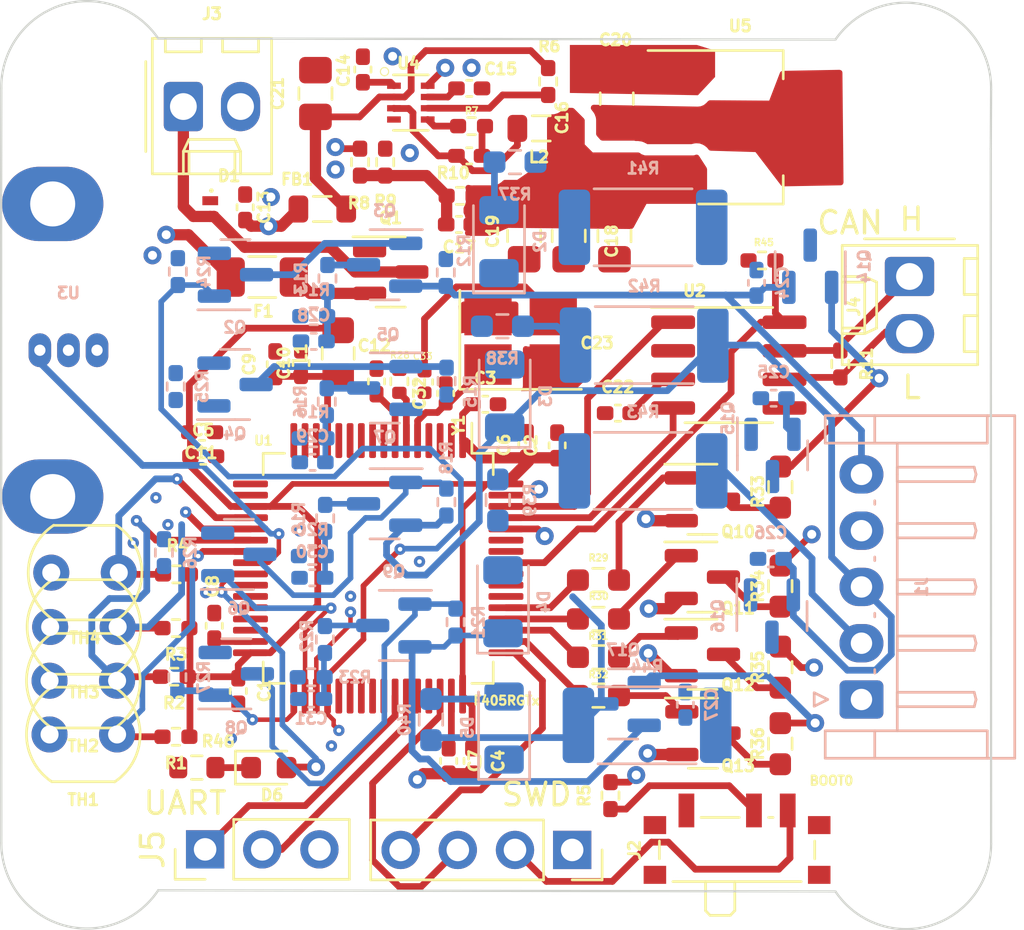
<source format=kicad_pcb>
(kicad_pcb (version 20221018) (generator pcbnew)
  (layers (0 "F.Cu" signal) (31 "B.Cu" power) (34 "B.Paste" user) (35 "F.Paste" user) (36 "B.SilkS" user "B.Silkscreen") (37 "F.SilkS" user "F.Silkscreen") (38 "B.Mask" user) (39 "F.Mask" user) (44 "Edge.Cuts" user))
  (net 0 "")
  (net 1 "+3.3V")
  (net 2 "GND")
  (net 3 "Net-(U1-VCAP_2)")
  (net 4 "Net-(U1-VCAP_1)")
  (net 5 "+3.3VA")
  (net 6 "Net-(U1-NRST)")
  (net 7 "Net-(C13-Pad1)")
  (net 8 "Net-(U4-PG)")
  (net 9 "Net-(U4-SS)")
  (net 10 "Net-(U4-SW)")
  (net 11 "Net-(C16-Pad2)")
  (net 12 "+5V")
  (net 13 "Net-(C17-Pad2)")
  (net 14 "VIN")
  (net 15 "CELL4")
  (net 16 "CELL3")
  (net 17 "CELL2")
  (net 18 "CELL1")
  (net 19 "CELL4_M")
  (net 20 "CELL3_M")
  (net 21 "CELL2_M")
  (net 22 "CELL1_M")
  (net 23 "HSE_IN")
  (net 24 "Net-(C33-Pad1)")
  (net 25 "+12V")
  (net 26 "Net-(D2-A)")
  (net 27 "Net-(D3-A)")
  (net 28 "Net-(D4-A)")
  (net 29 "Net-(D5-A)")
  (net 30 "Net-(D6-K)")
  (net 31 "LED_STATUS")
  (net 32 "Net-(Q1-S)")
  (net 33 "SWDCLK")
  (net 34 "SWDIO")
  (net 35 "CELL4_M_TRIG")
  (net 36 "Net-(Q2-C)")
  (net 37 "Net-(Q3-D)")
  (net 38 "CELL3_M_TRIG")
  (net 39 "Net-(Q4-C)")
  (net 40 "Net-(Q5-D)")
  (net 41 "CELL2_M_TRIG")
  (net 42 "Net-(Q6-C)")
  (net 43 "Net-(Q7-D)")
  (net 44 "CELL1_M_TRIG")
  (net 45 "Net-(Q8-C)")
  (net 46 "Net-(Q9-D)")
  (net 47 "Net-(Q10-B)")
  (net 48 "Net-(Q10-C)")
  (net 49 "Net-(Q11-B)")
  (net 50 "Net-(Q11-C)")
  (net 51 "Net-(Q12-B)")
  (net 52 "Net-(Q12-C)")
  (net 53 "Net-(Q13-B)")
  (net 54 "Net-(Q13-C)")
  (net 55 "Net-(Q14-B)")
  (net 56 "Net-(Q14-C)")
  (net 57 "Net-(Q15-B)")
  (net 58 "Net-(Q15-C)")
  (net 59 "Net-(Q16-B)")
  (net 60 "Net-(Q16-C)")
  (net 61 "Net-(Q17-B)")
  (net 62 "Net-(Q17-C)")
  (net 63 "Temp1")
  (net 64 "Temp2")
  (net 65 "Temp3")
  (net 66 "Temp4")
  (net 67 "Net-(SW1-B)")
  (net 68 "Net-(U1-BOOT0)")
  (net 69 "Net-(U4-EN)")
  (net 70 "Net-(U4-BST)")
  (net 71 "Net-(U4-FB)")
  (net 72 "CAN1+")
  (net 73 "CAN1-")
  (net 74 "HSE_OUT")
  (net 75 "CL4_DCH")
  (net 76 "CL3_DCH")
  (net 77 "CL2_DCH")
  (net 78 "CL1_DCH")
  (net 79 "CAN_STBY")
  (net 87 "Current")
  (net 100 "UART_RX")
  (net 101 "UART_TX")
  (net 102 "SWO")
  (net 106 "CAN1_RX")
  (net 107 "CAN1_TX")
  (footprint "Package_QFP:LQFP-64_10x10mm_P0.5mm" (layer "F.Cu") (at 86.1768 68.7178 -90)
    (fp_text reference "U1")
    (fp_text value "STM32F405RGTx" hide)
  )
  (footprint "Button_Switch_SMD:SW_SPDT_PCM12" (layer "F.Cu") (at 102.1186 80.905)
    (fp_text reference "SW1" hide)
    (fp_text value "SW_BOOT0" hide)
  )
  (footprint "Capacitor_SMD:C_0402_1005Metric_Pad0.74x0.62mm_HandSolder" (layer "F.Cu") (at 90.2208 47.3964)
    (fp_text reference "C15")
    (fp_text value "6.8nF" hide)
  )
  (footprint "Resistor_SMD:R_0402_1005Metric_Pad0.72x0.64mm_HandSolder" (layer "F.Cu") (at 93.726 47.0916 -90)
    (fp_text reference "R6")
    (fp_text value "604kΩ" hide)
  )
  (footprint "Package_TO_SOT_SMD:SOT-23" (layer "F.Cu") (at 86.7308 55.5521)
    (fp_text reference "Q1")
    (fp_text value "AO3401A" hide)
  )
  (footprint "Resistor_SMD:R_0402_1005Metric_Pad0.72x0.64mm_HandSolder" (layer "F.Cu") (at 77.216 68.9864 180)
    (fp_text reference "R4")
    (fp_text value "10k" hide)
  )
  (footprint "Capacitor_SMD:C_0402_1005Metric_Pad0.74x0.62mm_HandSolder" (layer "F.Cu") (at 82.7478 59.5992 90)
    (fp_text reference "C10")
    (fp_text value "1u" hide)
  )
  (footprint "Capacitor_SMD:C_0402_1005Metric_Pad0.74x0.62mm_HandSolder" (layer "F.Cu") (at 92.7808 63.2401 90)
    (fp_text reference "C6")
    (fp_text value "10u" hide)
  )
  (footprint "Package_TO_SOT_SMD:SOT-23" (layer "F.Cu") (at 100.602291 76.040491)
    (fp_text reference "Q13")
    (fp_text value "MMBT3904" hide)
  )
  (footprint "Diode_SMD:D_0603_1608Metric" (layer "F.Cu") (at 81.3186 77.5716)
    (fp_text reference "D6")
    (fp_text value "LED" hide)
  )
  (footprint "Resistor_SMD:R_0603_1608Metric_Pad0.98x0.95mm_HandSolder" (layer "F.Cu") (at 95.9612 72.6694)
    (fp_text reference "R31")
    (fp_text value "R" hide)
  )
  (footprint "Resistor_SMD:R_0402_1005Metric_Pad0.72x0.64mm_HandSolder" (layer "F.Cu") (at 106.7054 59.6392 -90)
    (fp_text reference "R11")
    (fp_text value "120" hide)
  )
  (footprint "Capacitor_SMD:C_0402_1005Metric_Pad0.74x0.62mm_HandSolder" (layer "F.Cu") (at 78.4044 63.7394)
    (fp_text reference "C5")
    (fp_text value "100n" hide)
  )
  (footprint "Capacitor_SMD:C_0805_2012Metric_Pad1.18x1.45mm_HandSolder" (layer "F.Cu") (at 96.774 47.8536 90)
    (fp_text reference "C20")
    (fp_text value "22uF" hide)
  )
  (footprint "Fuse:Fuse_1206_3216Metric" (layer "F.Cu") (at 81.026 55.7784)
    (fp_text reference "F1")
    (fp_text value "500mA" hide)
  )
  (footprint "Resistor_SMD:R_0603_1608Metric_Pad0.98x0.95mm_HandSolder" (layer "F.Cu") (at 104.039696 76.509209 90)
    (fp_text reference "R36")
    (fp_text value "R" hide)
  )
  (footprint "Capacitor_SMD:C_0402_1005Metric" (layer "F.Cu") (at 89.174 60.9454 90)
    (fp_text reference "C32")
    (fp_text value "12p" hide)
  )
  (footprint "Resistor_SMD:R_0402_1005Metric_Pad0.72x0.64mm_HandSolder" (layer "F.Cu") (at 89.8144 52.1716 180)
    (fp_text reference "R10")
    (fp_text value "40.2Ω" hide)
  )
  (footprint "Inductor_SMD:L_0805_2012Metric" (layer "F.Cu") (at 83.693 52.7558)
    (fp_text reference "FB1")
    (fp_text value "Ferrite" hide)
  )
  (footprint "Capacitor_SMD:C_0402_1005Metric" (layer "F.Cu") (at 88.2342 60.4374 -90)
    (fp_text reference "C33")
    (fp_text value "12p" hide)
  )
  (footprint "MountingHole:MountingHole_2.2mm_M2" (layer "F.Cu") (at 109.601 80.9498)
    (fp_text reference "H2" hide)
    (fp_text value "MountingHole" hide)
  )
  (footprint "Resistor_SMD:R_0603_1608Metric_Pad0.98x0.95mm_HandSolder" (layer "F.Cu") (at 104.039696 65.109209 90)
    (fp_text reference "R33")
    (fp_text value "R" hide)
  )
  (footprint "Resistor_SMD:R_0603_1608Metric_Pad0.98x0.95mm_HandSolder" (layer "F.Cu") (at 95.9612 69.2404)
    (fp_text reference "R29")
    (fp_text value "R" hide)
  )
  (footprint "Resistor_SMD:R_0402_1005Metric_Pad0.72x0.64mm_HandSolder" (layer "F.Cu") (at 77.1906 71.374 180)
    (fp_text reference "R3")
    (fp_text value "10k" hide)
  )
  (footprint "Resistor_SMD:R_0402_1005Metric" (layer "F.Cu") (at 87.1166 60.4126 -90)
    (fp_text reference "R28")
    (fp_text value "47" hide)
  )
  (footprint "footprints:Kryształ_16MHz_BMS" (layer "F.Cu") (at 92.5036 58.5656)
    (fp_text reference "Y1")
    (fp_text value "Crystal_16MHz" hide)
  )
  (footprint "Capacitor_SMD:C_0402_1005Metric_Pad0.74x0.62mm_HandSolder" (layer "F.Cu") (at 90.932 61.428)
    (fp_text reference "C3")
    (fp_text value "100n" hide)
  )
  (footprint "Package_TO_SOT_SMD:SOT-23" (layer "F.Cu") (at 100.576891 69.106291)
    (fp_text reference "Q11")
    (fp_text value "MMBT3904" hide)
  )
  (footprint "Resistor_SMD:R_0402_1005Metric_Pad0.72x0.64mm_HandSolder" (layer "F.Cu") (at 90.3224 49.0728 180)
    (fp_text reference "R7")
    (fp_text value "20Ω" hide)
  )
  (footprint "Inductor_SMD:L_0805_2012Metric" (layer "F.Cu") (at 93.4212 49.1744)
    (fp_text reference "L2")
    (fp_text value "3.3uH" hide)
  )
  (footprint "MountingHole:MountingHole_2.2mm_M2" (layer "F.Cu") (at 73.2324 80.9244)
    (fp_text reference "H4" hide)
    (fp_text value "MountingHole" hide)
  )
  (footprint "Capacitor_SMD:C_0402_1005Metric_Pad0.74x0.62mm_HandSolder" (layer "F.Cu") (at 81.6048 59.65 90)
    (fp_text reference "C9")
    (fp_text value "10n" hide)
  )
  (footprint "Connector_PinSocket_2.54mm:PinSocket_1x04_P2.54mm_Vertical" (layer "F.Cu") (at 94.7928 81.2292 -90)
    (fp_text reference "J2")
    (fp_text value "Conn_01x04_Socket" hide)
  )
  (footprint "footprints:MP2332HGTL-P" (layer "F.Cu") (at 87.625425 48.028975)
    (fp_text reference "U4")
    (fp_text value "MP2332H" hide)
  )
  (footprint "Capacitor_SMD:C_0805_2012Metric_Pad1.18x1.45mm_HandSolder" (layer "F.Cu") (at 96.6724 53.9496 -90)
    (fp_text reference "C23")
    (fp_text value "22uF" hide)
  )
  (footprint "Capacitor_SMD:C_0402_1005Metric_Pad0.74x0.62mm_HandSolder" (layer "F.Cu") (at 80.264 52.6796 90)
    (fp_text reference "C13")
    (fp_text value "10u" hide)
  )
  (footprint "Resistor_SMD:R_0603_1608Metric_Pad0.98x0.95mm_HandSolder" (layer "F.Cu") (at 104.039696 69.509209 90)
    (fp_text reference "R34")
    (fp_text value "R" hide)
  )
  (footprint "Connector_Molex:Molex_KK-254_AE-6410-02A_1x02_P2.54mm_Vertical" (layer "F.Cu") (at 77.5208 48.2038)
    (fp_text reference "J3")
    (fp_text value "Conn_01x02_Pin" hide)
  )
  (footprint "OptoDevice:R_LDR_5.0x4.1mm_P3mm_Vertical" (layer "F.Cu") (at 74.6026 71.3232 180)
    (fp_text reference "TH3")
    (fp_text value "NTC_10k" hide)
  )
  (footprint "Capacitor_SMD:C_0402_1005Metric_Pad0.74x0.62mm_HandSolder" (layer "F.Cu") (at 85.4964 46.5582 90)
    (fp_text reference "C14")
    (fp_text value "1nF" hide)
  )
  (footprint "Package_TO_SOT_SMD:SOT-23" (layer "F.Cu") (at 100.579191 65.651891)
    (fp_text reference "Q10")
    (fp_text value "MMBT3904" hide)
  )
  (footprint "Resistor_SMD:R_0402_1005Metric_Pad0.72x0.64mm_HandSolder" (layer "F.Cu") (at 103.2256 55.0418 180)
    (fp_text reference "R45")
    (fp_text value "0" hide)
  )
  (footprint "OptoDevice:R_LDR_5.0x4.1mm_P3mm_Vertical" (layer "F.Cu") (at 74.5758 73.7108 180)
    (fp_text reference "TH2")
    (fp_text value "NTC_10k" hide)
  )
  (footprint "Capacitor_SMD:C_0805_2012Metric_Pad1.18x1.45mm_HandSolder" (layer "F.Cu") (at 83.3882 47.625 90)
    (fp_text reference "C21")
    (fp_text value "22uF" hide)
  )
  (footprint "Resistor_SMD:R_0603_1608Metric_Pad0.98x0.95mm_HandSolder" (layer "F.Cu") (at 95.9612 70.9676)
    (fp_text reference "R30")
    (fp_text value "R" hide)
  )
  (footprint "Capacitor_SMD:C_0805_2012Metric_Pad1.18x1.45mm_HandSolder" (layer "F.Cu") (at 94.6404 53.9496 -90)
    (fp_text reference "C18")
    (fp_text value "22uF" hide)
  )
  (footprint "Resistor_SMD:R_0402_1005Metric_Pad0.72x0.64mm_HandSolder" (layer "F.Cu") (at 77.1144 73.533 180)
    (fp_text reference "R2")
    (fp_text value "10k" hide)
  )
  (footprint "Resistor_SMD:R_0402_1005Metric_Pad0.72x0.64mm_HandSolder" (layer "F.Cu") (at 96.4946 78.8162 90)
    (fp_text reference "R5")
    (fp_text value "10k" hide)
  )
  (footprint "Package_TO_SOT_SMD:SOT-223-3_TabPin2" (layer "F.Cu") (at 102.2604 49.1236)
    (fp_text reference "U5")
    (fp_text value "AMS1117-3.3" hide)
  )
  (footprint "Resistor_SMD:R_0402_1005Metric_Pad0.72x0.64mm_HandSolder" (layer "F.Cu") (at 85.3694 50.673 90)
    (fp_text reference "R8")
    (fp_text value "10kΩ" hide)
  )
  (footprint "Connector_PinHeader_2.54mm:PinHeader_1x03_P2.54mm_Vertical" (layer "F.Cu") (at 78.486 81.2038 90)
    (fp_text reference "J5")
    (fp_text value "Conn_01x03_Pin" hide)
  )
  (footprint "Package_SO:SOIC-8_3.9x4.9mm_P1.27mm" (layer "F.Cu") (at 101.7524 59.69)
    (fp_text reference "U2")
    (fp_text value "MCP2561-E-SN" hide)
  )
  (footprint "Resistor_SMD:R_0603_1608Metric" (layer "F.Cu") (at 78.1182 77.5716 180)
    (fp_text reference "R46")
    (fp_text value "1k15" hide)
  )
  (footprint "Resistor_SMD:R_0603_1608Metric_Pad0.98x0.95mm_HandSolder" (layer "F.Cu") (at 104.039696 73.109209 90)
    (fp_text reference "R35")
    (fp_text value "R" hide)
  )
  (footprint "Capacitor_SMD:C_0402_1005Metric_Pad0.74x0.62mm_HandSolder" (layer "F.Cu") (at 96.8248 61.8236)
    (fp_text reference "C22")
    (fp_text value "100n" hide)
  )
  (footprint "Capacitor_SMD:C_0402_1005Metric_Pad0.74x0.62mm_HandSolder" (layer "F.Cu") (at 78.3536 62.6726)
    (fp_text reference "C11")
    (fp_text value "1u" hide)
  )
  (footprint "Capacitor_SMD:C_0402_1005Metric_Pad0.74x0.62mm_HandSolder" (layer "F.Cu") (at 79.9592 74.168 -90)
    (fp_text reference "C1")
    (fp_text value "100n" hide)
  )
  (footprint "Capacitor_SMD:C_0402_1005Metric_Pad0.74x0.62mm_HandSolder" (layer "F.Cu") (at 89.7636 53.4416 180)
    (fp_text reference "C17")
    (fp_text value "10pF" hide)
  )
  (footprint "MountingHole:MountingHole_2.2mm_M2" (layer "F.Cu") (at 73.2578 47.371)
    (fp_text reference "H3" hide)
    (fp_text value "MountingHole" hide)
  )
  (footprint "Package_TO_SOT_SMD:SOT-23" (layer "F.Cu") (at 100.579191 72.537591)
    (fp_text reference "Q12")
    (fp_text value "MMBT3904" hide)
  )
  (footprint "Inductor_SMD:L_0805_2012Metric_Pad1.15x1.40mm_HandSolder" (layer "F.Cu") (at 84.3988 59.1674 90)
    (fp_text reference "L1")
    (fp_text value "39n" hide)
  )
  (footprint "MountingHole:MountingHole_2.2mm_M2" (layer "F.Cu") (at 109.6772 47.3456)
    (fp_text reference "H1" hide)
    (fp_text value "MountingHole" hide)
  )
  (footprint "Capacitor_SMD:C_0402_1005Metric_Pad0.74x0.62mm_HandSolder" (layer "F.Cu") (at 90.2208 50.3936)
    (fp_text reference "C16")
    (fp_text value "1uF" hide)
  )
  (footprint "Capacitor_SMD:C_0402_1005Metric_Pad0.74x0.62mm_HandSolder" (layer "F.Cu") (at 89.3064 77.2755 -90)
    (fp_text reference "C7")
    (fp_text value "2.2u" hide)
  )
  (footprint "Resistor_SMD:R_0402_1005Metric_Pad0.72x0.64mm_HandSolder" (layer "F.Cu") (at 86.487 50.673 90)
    (fp_text reference "R9")
    (fp_text value "7.68kΩ" hide)
  )
  (footprint "Connector_Molex:Molex_KK-254_AE-6410-02A_1x02_P2.54mm_Vertical" (layer "F.Cu") (at 109.7788 55.753 -90)
    (fp_text reference "J4")
    (fp_text value "Conn_01x02_Pin" hide)
  )
  (footprint "Capacitor_SMD:C_0805_2012Metric_Pad1.18x1.45mm_HandSolder" (layer "F.Cu") (at 92.6592 53.9496 -90)
    (fp_text reference "C19")
    (fp_text value "22uF" hide)
  )
  (footprint "Capacitor_SMD:C_0402_1005Metric_Pad0.74x0.62mm_HandSolder" (layer "F.Cu") (at 86.1006 60.4146 90)
    (fp_text reference "C12")
    (fp_text value "100n" hide)
  )
  (footprint "OptoDevice:R_LDR_5.0x4.1mm_P3mm_Vertical" (layer "F.Cu") (at 74.5758 76.0984 180)
    (fp_text reference "TH1")
    (fp_text value "NTC_10k" hide)
  )
  (footprint "OptoDevice:R_LDR_5.0x4.1mm_P3mm_Vertical" (layer "F.Cu") (at 74.652 68.9102 180)
    (fp_text reference "TH4")
    (fp_text value "NTC_10k" hide)
  )
  (footprint "Capacitor_SMD:C_0402_1005Metric_Pad0.74x0.62mm_HandSolder" (layer "F.Cu") (at 94.127 63.2568 90)
    (fp_text reference "C2")
    (fp_text value "100n" hide)
  )
  (footprint "footprints:PESD5V0S1BL315" (layer "F.Cu") (at 78.7146 52.736 -90)
    (fp_text reference "D1")
    (fp_text value "PESD18VF1BLYL" hide)
  )
  (footprint "Resistor_SMD:R_0603_1608Metric_Pad0.98x0.95mm_HandSolder" (layer "F.Cu") (at 95.9612 74.3712)
    (fp_text reference "R32")
    (fp_text value "R" hide)
  )
  (footprint "Capacitor_SMD:C_0402_1005Metric_Pad0.74x0.62mm_HandSolder" (layer "F.Cu") (at 78.8924 71.2724 90)
    (fp_text reference "C8")
    (fp_text value "2.2u" hide)
  )
  (footprint "Resistor_SMD:R_0402_1005Metric_Pad0.72x0.64mm_HandSolder" (layer "F.Cu") (at 77.1906 76.2 180)
    (fp_text reference "R1")
    (fp_text value "10k" hide)
  )
  (footprint "Capacitor_SMD:C_0402_1005Metric_Pad0.74x0.62mm_HandSolder" (layer "F.Cu") (at 90.3478 77.2755 -90)
    (fp_text reference "C4")
    (fp_text value "100n" hide)
  )
  (footprint "Resistor_SMD:R_0402_1005Metric_Pad0.72x0.64mm_HandSolder" (layer "B.Cu") (at 83.8916 61.3156 -90)
    (fp_text reference "R16")
    (fp_text value "R" hide)
  )
  (footprint "Package_TO_SOT_SMD:SOT-23" (layer "B.Cu") (at 103.693 63.7009 -90)
    (fp_text reference "Q15")
    (fp_text value "Q_PNP_BEC" hide)
  )
  (footprint "Resistor_SMD:R_2512_6332Metric_Pad1.40x3.35mm_HandSolder" (layer "B.Cu") (at 97.9424 53.5686 180)
    (fp_text reference "R41")
    (fp_text value "R" hide)
  )
  (footprint "Resistor_SMD:R_0402_1005Metric_Pad0.72x0.64mm_HandSolder" (layer "B.Cu") (at 89.1794 55.5752 90)
    (fp_text reference "R12")
    (fp_text value "R" hide)
  )
  (footprint "Resistor_SMD:R_0402_1005Metric_Pad0.72x0.64mm_HandSolder" (layer "B.Cu") (at 76.6572 68.0212 90)
    (fp_text reference "R26")
    (fp_text value "10k" hide)
  )
  (footprint "Package_TO_SOT_SMD:SOT-23" (layer "B.Cu") (at 79.8345 55.6737)
    (fp_text reference "Q2")
    (fp_text value "MMBT3904" hide)
  )
  (footprint "Package_TO_SOT_SMD:SOT-23" (layer "B.Cu") (at 86.4616 55.2317 180)
    (fp_text reference "Q3")
    (fp_text value "DMG2301L" hide)
  )
  (footprint "Package_TO_SOT_SMD:SOT-23" (layer "B.Cu") (at 79.8155 60.5522)
    (fp_text reference "Q4")
    (fp_text value "MMBT3904" hide)
  )
  (footprint "Resistor_SMD:R_0402_1005Metric_Pad0.72x0.64mm_HandSolder" (layer "B.Cu") (at 77.2547 73.5584 90)
    (fp_text reference "R27")
    (fp_text value "10k" hide)
  )
  (footprint "Package_TO_SOT_SMD:SOT-23" (layer "B.Cu") (at 97.0557 74.742 180)
    (fp_text reference "Q17")
    (fp_text value "Q_PNP_BEC" hide)
  )
  (footprint "Resistor_SMD:R_0603_1608Metric_Pad0.98x0.95mm_HandSolder" (layer "B.Cu") (at 91.4908 65.6844 90)
    (fp_text reference "R39")
    (fp_text value "R" hide)
  )
  (footprint "Connector_JST:JST_EH_S5B-EH_1x05_P2.50mm_Horizontal" (layer "B.Cu") (at 107.6452 74.5452 90)
    (fp_text reference "J1")
    (fp_text value "Conn_01x05" hide)
  )
  (footprint "Capacitor_SMD:C_0402_1005Metric_Pad0.74x0.62mm_HandSolder" (layer "B.Cu") (at 102.9818 56.0347 90)
    (fp_text reference "C24")
    (fp_text value "100nF" hide)
  )
  (footprint "Resistor_SMD:R_0402_1005Metric_Pad0.72x0.64mm_HandSolder" (layer "B.Cu") (at 83.282 62.9412 180)
    (fp_text reference "R17")
    (fp_text value "R" hide)
  )
  (footprint "Resistor_SMD:R_2512_6332Metric_Pad1.40x3.35mm_HandSolder" (layer "B.Cu") (at 97.9424 64.389 180)
    (fp_text reference "R43")
    (fp_text value "R" hide)
  )
  (footprint "LED_SMD:LED_1206_3216Metric" (layer "B.Cu") (at 91.7683 75.813 90)
    (fp_text reference "D5")
    (fp_text value "LED" hide)
  )
  (footprint "Capacitor_SMD:C_0402_1005Metric_Pad0.74x0.62mm_HandSolder" (layer "B.Cu") (at 103.7438 61.1609 180)
    (fp_text reference "C25")
    (fp_text value "100nF" hide)
  )
  (footprint "Resistor_SMD:R_0402_1005Metric_Pad0.72x0.64mm_HandSolder" (layer "B.Cu") (at 83.1983 73.5584 180)
    (fp_text reference "R23")
    (fp_text value "R" hide)
  )
  (footprint "Capacitor_SMD:C_0402_1005Metric_Pad0.74x0.62mm_HandSolder" (layer "B.Cu") (at 83.2491 69.1388 180)
    (fp_text reference "C30")
    (fp_text value "100nF" hide)
  )
  (footprint "Resistor_SMD:R_0603_1608Metric_Pad0.98x0.95mm_HandSolder" (layer "B.Cu") (at 92.2528 50.673)
    (fp_text reference "R37")
    (fp_text value "TC" hide)
  )
  (footprint "Package_TO_SOT_SMD:SOT-23" (layer "B.Cu") (at 86.4703 60.706 180)
    (fp_text reference "Q5")
    (fp_text value "DMG2301L" hide)
  )
  (footprint "Resistor_SMD:R_0402_1005Metric_Pad0.72x0.64mm_HandSolder" (layer "B.Cu") (at 83.9216 55.8413 -90)
    (fp_text reference "R13")
    (fp_text value "R" hide)
  )
  (footprint "LED_SMD:LED_1206_3216Metric" (layer "B.Cu") (at 91.5416 54.2036 90)
    (fp_text reference "D2")
    (fp_text value "LED" hide)
  )
  (footprint "Package_TO_SOT_SMD:SOT-23" (layer "B.Cu") (at 79.9846 68.0974)
    (fp_text reference "Q6")
    (fp_text value "MMBT3904" hide)
  )
  (footprint "Resistor_SMD:R_2512_6332Metric_Pad1.40x3.35mm_HandSolder" (layer "B.Cu") (at 97.9932 58.801 180)
    (fp_text reference "R42")
    (fp_text value "R" hide)
  )
  (footprint "Resistor_SMD:R_2512_6332Metric_Pad1.40x3.35mm_HandSolder" (layer "B.Cu") (at 98.1202 75.692 180)
    (fp_text reference "R44")
    (fp_text value "R" hide)
  )
  (footprint "Package_TO_SOT_SMD:SOT-23" (layer "B.Cu") (at 79.8732 73.406)
    (fp_text reference "Q8")
    (fp_text value "MMBT3904" hide)
  )
  (footprint "Package_TO_SOT_SMD:SOT-23" (layer "B.Cu") (at 103.6676 70.8383 -90)
    (fp_text reference "Q16")
    (fp_text value "Q_PNP_BEC" hide)
  )
  (footprint "Resistor_SMD:R_0603_1608Metric_Pad0.98x0.95mm_HandSolder" (layer "B.Cu") (at 91.694 57.9628)
    (fp_text reference "R38")
    (fp_text value "R" hide)
  )
  (footprint "Resistor_SMD:R_0402_1005Metric_Pad0.72x0.64mm_HandSolder" (layer "B.Cu") (at 77.1803 60.6431 90)
    (fp_text reference "R25")
    (fp_text value "10k" hide)
  )
  (footprint "Package_TO_SOT_SMD:SOT-23" (layer "B.Cu") (at 86.8703 71.2572 180)
    (fp_text reference "Q9")
    (fp_text value "DMG2301L" hide)
  )
  (footprint "Resistor_SMD:R_0402_1005Metric_Pad0.72x0.64mm_HandSolder" (layer "B.Cu") (at 83.2491 68.1736 180)
    (fp_text reference "R20")
    (fp_text value "R" hide)
  )
  (footprint "Capacitor_SMD:C_0402_1005Metric_Pad0.74x0.62mm_HandSolder" (layer "B.Cu") (at 99.822 74.7776 90)
    (fp_text reference "C27")
    (fp_text value "100nF" hide)
  )
  (footprint "Capacitor_SMD:C_0402_1005Metric_Pad0.74x0.62mm_HandSolder" (layer "B.Cu") (at 83.312 58.6353 180)
    (fp_text reference "C28")
    (fp_text value "100nF" hide)
  )
  (footprint "Resistor_SMD:R_0402_1005Metric_Pad0.72x0.64mm_HandSolder" (layer "B.Cu") (at 77.2755 55.536 90)
    (fp_text reference "R24")
    (fp_text value "10k" hide)
  )
  (footprint "Resistor_SMD:R_0402_1005Metric_Pad0.72x0.64mm_HandSolder" (layer "B.Cu") (at 89.6135 71.1048 90)
    (fp_text reference "R21")
    (fp_text value "R" hide)
  )
  (footprint "LED_SMD:LED_1206_3216Metric" (layer "B.Cu") (at 91.7194 70.2026 90)
    (fp_text reference "D4")
    (fp_text value "LED" hide)
  )
  (footprint "Resistor_SMD:R_0402_1005Metric_Pad0.72x0.64mm_HandSolder" (layer "B.Cu") (at 83.8079 71.882 -90)
    (fp_text reference "R22")
    (fp_text value "R" hide)
  )
  (footprint "Resistor_SMD:R_0402_1005Metric_Pad0.72x0.64mm_HandSolder" (layer "B.Cu") (at 89.2048 65.7739 90)
    (fp_text reference "R18")
    (fp_text value "R" hide)
  )
  (footprint "footprints:WCS1500" (layer "B.Cu") (at 72.4154 59.0296 180)
    (fp_text reference "U3")
    (fp_text value "~" hide)
  )
  (footprint "LED_SMD:LED_1206_3216Metric" (layer "B.Cu") (at 91.7956 61.0616 90)
    (fp_text reference "D3")
    (fp_text value "LED" hide)
  )
  (footprint "Resistor_SMD:R_0402_1005Metric_Pad0.72x0.64mm_HandSolder" (layer "B.Cu") (at 83.82 66.4972 -90)
    (fp_text reference "R19")
    (fp_text value "R" hide)
  )
  (footprint "Package_TO_SOT_SMD:SOT-23" (layer "B.Cu") (at 86.4616 65.852 180)
    (fp_text reference "Q7")
    (fp_text value "DMG2301L" hide)
  )
  (footprint "Capacitor_SMD:C_0402_1005Metric_Pad0.74x0.62mm_HandSolder" (layer "B.Cu") (at 83.1983 74.5236 180)
    (fp_text reference "C31")
    (fp_text value "100nF" hide)
  )
  (footprint "Capacitor_SMD:C_0402_1005Metric_Pad0.74x0.62mm_HandSolder" (layer "B.Cu") (at 83.2612 64.008 180)
    (fp_text reference "C29")
    (fp_text value "100nF" hide)
  )
  (footprint "Resistor_SMD:R_0603_1608Metric_Pad0.98x0.95mm_HandSolder" (layer "B.Cu") (at 88.519 75.438 -90)
    (fp_text reference "R40")
    (fp_text value "R" hide)
  )
  (footprint "Resistor_SMD:R_0402_1005Metric_Pad0.72x0.64mm_HandSolder" (layer "B.Cu") (at 83.312 57.5177 180)
    (fp_text reference "R14")
    (fp_text value "R" hide)
  )
  (footprint "Resistor_SMD:R_0402_1005Metric_Pad0.72x0.64mm_HandSolder" (layer "B.Cu") (at 89.2135 60.4012 90)
    (fp_text reference "R15")
    (fp_text value "R" hide)
  )
  (footprint "Capacitor_SMD:C_0402_1005Metric_Pad0.74x0.62mm_HandSolder" (layer "B.Cu") (at 103.6168 68.2983 180)
    (fp_text reference "C26")
    (fp_text value "100nF" hide)
  )
  (footprint "Package_TO_SOT_SMD:SOT-23" (layer "B.Cu") (at 105.3694 55.2981 90)
    (fp_text reference "Q14")
    (fp_text value "Q_PNP_BEC" hide)
  )
  (gr_line (start 69.432822 80.915265) (end 69.424417 52.40913) (stroke (width 0.1)) (layer "Edge.Cuts"))
  (gr_line (start 113.404072 80.951283) (end 113.390086 50.087538) (stroke (width 0.1)) (layer "Edge.Cuts"))
  (gr_arc (start 106.488383 45.2293) (mid 110.771319 43.771482) (end 113.404072 47.4508) (stroke (width 0.1)) (layer "Edge.Cuts"))
  (gr_arc (start 69.4328 47.4) (mid 72.092922 43.700384) (end 76.4032 45.178538) (stroke (width 0.1)) (layer "Edge.Cuts"))
  (gr_line (start 76.4032 83.021535) (end 106.488383 83.0723) (stroke (width 0.1)) (layer "Edge.Cuts"))
  (gr_line (start 69.424417 52.40913) (end 69.4328 47.4) (stroke (width 0.1)) (layer "Edge.Cuts"))
  (gr_line (start 76.4032 45.178538) (end 106.488383 45.2293) (stroke (width 0.1)) (layer "Edge.Cuts"))
  (gr_line (start 113.390086 50.087538) (end 113.404072 47.4508) (stroke (width 0.1)) (layer "Edge.Cuts"))
  (gr_arc (start 76.403209 83.021535) (mid 72.13572 84.557284) (end 69.432822 80.915265) (stroke (width 0.1)) (layer "Edge.Cuts"))
  (gr_arc (start 113.404072 80.951283) (mid 110.733998 84.580357) (end 106.488383 83.0723) (stroke (width 0.1)) (layer "Edge.Cuts"))
  (gr_text "UART" (at 75.6666 79.7306) (layer "F.SilkS") (effects (font (size 1 1)) (justify left bottom)))
  (gr_text "F405RGTx" (at 90.3478 74.8284) (layer "F.SilkS") (effects (font (size 0.4 0.4) (thickness 0.1) bold) (justify left bottom)))
  (gr_text "BOOT0" (at 105.283 78.3844) (layer "F.SilkS") (effects (font (size 0.4 0.4) (thickness 0.1)) (justify left bottom)))
  (gr_text "CAN" (at 105.5878 53.9496) (layer "F.SilkS") (effects (font (size 1 1)) (justify left bottom)))
  (gr_text "H" (at 109.2454 53.7972) (layer "F.SilkS") (effects (font (size 1 1)) (justify left bottom)))
  (gr_text "L" (at 109.3724 61.2648) (layer "F.SilkS") (effects (font (size 1 1)) (justify left bottom)))
  (gr_text "SWD" (at 91.567 79.3496) (layer "F.SilkS") (effects (font (size 1 1)) (justify left bottom)))
  (via (at 93.3196 65.2018) (size 0.8) (drill 0.4) (layers "F.Cu" "B.Cu") (net 0))
  (segment (start 77.8369 62.7234) (end 77.7861 62.6726) (width 0.3) (layer "F.Cu") (net 1))
  (segment (start 100.266518 82.085) (end 103.970682 82.085) (width 0.3) (layer "F.Cu") (net 1))
  (segment (start 98.320682 80.882918) (end 99.064436 80.882918) (width 0.3) (layer "F.Cu") (net 1))
  (segment (start 91.011115 64.9678) (end 89.9268 66.052115) (width 0.25) (layer "F.Cu") (net 1))
  (segment (start 103.970682 82.085) (end 104.4686 81.587082) (width 0.3) (layer "F.Cu") (net 1))
  (segment (start 90.6916 63.8076) (end 92.7808 63.8076) (width 0.5) (layer "F.Cu") (net 1))
  (segment (start 92.7808 64.0388) (end 91.9518 64.8678) (width 0.5) (layer "F.Cu") (net 1))
  (segment (start 96.5774 82.6262) (end 98.320682 80.882918) (width 0.3) (layer "F.Cu") (net 1))
  (segment (start 93.6498 82.6262) (end 96.5774 82.6262) (width 0.3) (layer "F.Cu") (net 1))
  (segment (start 81.377841 72.4678) (end 83.4898 70.355841) (width 0.3) (layer "F.Cu") (net 1))
  (segment (start 80.5018 72.4678) (end 81.377841 72.4678) (width 0.3) (layer "F.Cu") (net 1))
  (segment (start 91.8518 64.9678) (end 82.377841 64.9678) (width 0.25) (layer "F.Cu") (net 1))
  (segment (start 90.3478 74.8138) (end 89.9268 74.3928) (width 0.3) (layer "F.Cu") (net 1))
  (segment (start 92.2528 81.2292) (end 93.6498 82.6262) (width 0.3) (layer "F.Cu") (net 1))
  (segment (start 82.377841 64.9678) (end 81.377841 65.9678) (width 0.25) (layer "F.Cu") (net 1))
  (segment (start 83.4898 66.8528) (end 82.6048 65.9678) (width 0.3) (layer "F.Cu") (net 1))
  (segment (start 92.7808 63.8076) (end 94.1103 63.8076) (width 0.5) (layer "F.Cu") (net 1))
  (segment (start 82.6048 65.9678) (end 81.377841 65.9678) (width 0.3) (layer "F.Cu") (net 1))
  (segment (start 77.7119 73.533) (end 79.8917 73.533) (width 0.3) (layer "F.Cu") (net 1))
  (segment (start 77.8369 63.7394) (end 77.8369 62.7234) (width 0.3) (layer "F.Cu") (net 1))
  (segment (start 89.9268 66.052115) (end 89.9268 74.3928) (width 0.25) (layer "F.Cu") (net 1))
  (segment (start 77.8369 63.7394) (end 77.8369 64.178941) (width 0.3) (layer "F.Cu") (net 1))
  (segment (start 83.4898 70.355841) (end 83.4898 66.8528) (width 0.3) (layer "F.Cu") (net 1))
  (segment (start 77.8135 68.9864) (end 77.8135 76.1746) (width 0.3) (layer "F.Cu") (net 1))
  (segment (start 92.7808 63.8076) (end 92.7808 64.0388) (width 0.5) (layer "F.Cu") (net 1))
  (segment (start 77.8369 64.178941) (end 79.625759 65.9678) (width 0.3) (layer "F.Cu") (net 1))
  (segment (start 99.064436 80.882918) (end 100.266518 82.085) (width 0.3) (layer "F.Cu") (net 1))
  (segment (start 81.377841 65.9678) (end 80.5018 65.9678) (width 0.3) (layer "F.Cu") (net 1))
  (segment (start 91.9518 64.8678) (end 91.8518 64.8678) (width 0.5) (layer "F.Cu") (net 1))
  (segment (start 89.9268 61.8657) (end 90.3645 61.428) (width 0.3) (layer "F.Cu") (net 1))
  (segment (start 90.0268 63.1428) (end 90.6916 63.8076) (width 0.5) (layer "F.Cu") (net 1))
  (segment (start 80.284 58.0498) (end 84.3062 58.0498) (width 0.3) (layer "F.Cu") (net 1))
  (segment (start 79.8917 73.533) (end 79.9592 73.6005) (width 0.3) (layer "F.Cu") (net 1))
  (segment (start 77.7861 62.6726) (end 77.7861 60.5477) (width 0.3) (layer "F.Cu") (net 1))
  (segment (start 79.9592 73.6005) (end 79.9592 73.0104) (width 0.3) (layer "F.Cu") (net 1))
  (segment (start 77.8135 76.1746) (end 77.7881 76.2) (width 0.3) (layer "F.Cu") (net 1))
  (segment (start 79.625759 65.9678) (end 80.5018 65.9678) (width 0.3) (layer "F.Cu") (net 1))
  (segment (start 77.7861 60.5477) (end 80.284 58.0498) (width 0.3) (layer "F.Cu") (net 1))
  (segment (start 89.9268 73.516759) (end 89.9268 74.3928) (width 0.3) (layer "F.Cu") (net 1))
  (segment (start 104.4686 81.587082) (end 104.4686 79.575) (width 0.3) (layer "F.Cu") (net 1))
  (segment (start 94.1103 63.8076) (end 94.127 63.8243) (width 0.5) (layer "F.Cu") (net 1))
  (segment (start 90.3478 76.708) (end 90.3478 74.8138) (width 0.3) (layer "F.Cu") (net 1))
  (segment (start 84.3062 58.0498) (end 84.3988 58.1424) (width 0.3) (layer "F.Cu") (net 1))
  (segment (start 104.4686 79.575) (end 104.3686 79.475) (width 0.3) (layer "F.Cu") (net 1))
  (segment (start 89.9268 63.0428) (end 89.9268 61.8657) (width 0.3) (layer "F.Cu") (net 1))
  (segment (start 79.9592 73.0104) (end 80.5018 72.4678) (width 0.3) (layer "F.Cu") (net 1))
  (segment (start 91.8518 64.9678) (end 91.011115 64.9678) (width 0.25) (layer "F.Cu") (net 1))
  (segment (start 99.664791 76.990491) (end 98.199491 76.990491) (width 0.5) (layer "F.Cu") (net 2))
  (segment (start 88.1747 77.843) (end 87.9148 78.1029) (width 0.5) (layer "F.Cu") (net 2))
  (segment (start 99.166991 73.487591) (end 98.171 72.4916) (width 0.5) (layer "F.Cu") (net 2))
  (segment (start 89.3064 77.843) (end 88.1747 77.843) (width 0.5) (layer "F.Cu") (net 2))
  (segment (start 98.199491 76.990491) (end 98.1456 76.9366) (width 0.5) (layer "F.Cu") (net 2))
  (segment (start 99.641691 73.487591) (end 99.166991 73.487591) (width 0.5) (layer "F.Cu") (net 2))
  (segment (start 99.185282 70.5104) (end 99.639391 70.056291) (width 0.5) (layer "F.Cu") (net 2))
  (segment (start 98.148691 66.601891) (end 98.0694 66.5226) (width 0.5) (layer "F.Cu") (net 2))
  (segment (start 89.3064 77.843) (end 90.3478 77.843) (width 0.5) (layer "F.Cu") (net 2))
  (segment (start 99.641691 66.601891) (end 98.148691 66.601891) (width 0.5) (layer "F.Cu") (net 2))
  (segment (start 98.1964 70.5104) (end 99.185282 70.5104) (width 0.5) (layer "F.Cu") (net 2))
  (via (at 78.5114 69.7992) (size 0.5) (drill 0.2) (layers "F.Cu" "B.Cu") (net 2))
  (via (at 84.947659 69.961119) (size 0.5) (drill 0.2) (layers "F.Cu" "B.Cu") (net 2))
  (via (at 98.0694 66.5226) (size 0.8) (drill 0.4) (layers "F.Cu" "B.Cu") (net 2))
  (via (at 87.5792 50.2666) (size 0.8) (drill 0.4) (layers "F.Cu" "B.Cu") (net 2))
  (via (at 76.835 66.7766) (size 0.5) (drill 0.2) (layers "F.Cu" "B.Cu") (net 2))
  (via (at 82.677 67.056) (size 0.5) (drill 0.2) (layers "F.Cu" "B.Cu") (net 2))
  (via (at 84.2772 51.0032) (size 0.8) (drill 0.4) (layers "F.Cu" "B.Cu") (net 2))
  (via (at 98.171 72.4916) (size 0.8) (drill 0.4) (layers "F.Cu" "B.Cu") (net 2))
  (via (at 98.1456 76.9366) (size 0.8) (drill 0.4) (layers "F.Cu" "B.Cu") (net 2))
  (via (at 79.6544 76.2762) (size 0.5) (drill 0.2) (layers "F.Cu" "B.Cu") (net 2))
  (via (at 98.1964 70.5104) (size 0.8) (drill 0.4) (layers "F.Cu" "B.Cu") (net 2))
  (via (at 75.2957 67.5894) (size 0.5) (drill 0.2) (layers "F.Cu" "B.Cu") (net 2))
  (via (at 76.1492 54.8132) (size 0.8) (drill 0.4) (layers "F.Cu" "B.Cu") (net 2))
  (via (at 81.407 52.2224) (size 0.8) (drill 0.4) (layers "F.Cu" "B.Cu") (net 2))
  (via (at 87.9148 78.1029) (size 0.8) (drill 0.4) (layers "F.Cu" "B.Cu") (net 2))
  (via (at 90.3224 46.482) (size 0.8) (drill 0.4) (layers "F.Cu" "B.Cu") (net 2))
  (via (at 86.8172 45.974) (size 0.8) (drill 0.4) (layers "F.Cu" "B.Cu") (net 2))
  (via (at 76.3016 65.5828) (size 0.5) (drill 0.2) (layers "F.Cu" "B.Cu") (net 2))
  (via (at 88.011 68.4179) (size 0.5) (drill 0.2) (layers "F.Cu" "B.Cu") (net 2))
  (via (at 84.0994 76.6064) (size 0.5) (drill 0.2) (layers "F.Cu" "B.Cu") (net 2))
  (segment (start 89.3064 76.708) (end 89.4268 76.5876) (width 0.3) (layer "F.Cu") (net 3))
  (segment (start 89.4268 76.5876) (end 89.4268 74.3928) (width 0.3) (layer "F.Cu") (net 3))
  (segment (start 78.8924 71.8399) (end 79.0203 71.9678) (width 0.3) (layer "F.Cu") (net 4))
  (segment (start 79.0203 71.9678) (end 80.5018 71.9678) (width 0.3) (layer "F.Cu") (net 4))
  (segment (start 83.9268 60.6644) (end 84.3988 60.1924) (width 0.3) (layer "F.Cu") (net 5))
  (segment (start 81.6299 60.1924) (end 81.6048 60.2175) (width 0.3) (layer "F.Cu") (net 5))
  (segment (start 82.6462 60.0651) (end 82.7478 60.1667) (width 0.5) (layer "F.Cu") (net 5))
  (segment (start 84.3988 60.1924) (end 81.6299 60.1924) (width 0.3) (layer "F.Cu") (net 5))
  (segment (start 83.9268 63.0428) (end 83.9268 60.6644) (width 0.3) (layer "F.Cu") (net 5))
  (segment (start 86.1006 60.9821) (end 86.9268 61.8083) (width 0.3) (layer "F.Cu") (net 6))
  (segment (start 86.9268 61.8083) (end 86.9268 63.0428) (width 0.3) (layer "F.Cu") (net 6))
  (segment (start 81.8685 53.5178) (end 82.6305 52.7558) (width 0.5) (layer "F.Cu") (net 7))
  (segment (start 76.7588 53.8988) (end 77.7464 53.8988) (width 0.5) (layer "F.Cu") (net 7))
  (segment (start 81.3054 53.5178) (end 80.5347 53.5178) (width 0.5) (layer "F.Cu") (net 7))
  (segment (start 77.7464 53.8988) (end 79.626 55.7784) (width 0.5) (layer "F.Cu") (net 7))
  (segment (start 81.3054 53.5178) (end 81.8685 53.5178) (width 0.5) (layer "F.Cu") (net 7))
  (segment (start 80.5347 53.5178) (end 80.264 53.2471) (width 0.5) (layer "F.Cu") (net 7))
  (via (at 76.7588 53.8988) (size 0.8) (drill 0.4) (layers "F.Cu" "B.Cu") (net 7))
  (via (at 81.3054 53.5178) (size 0.8) (drill 0.4) (layers "F.Cu" "B.Cu") (net 7))
  (segment (start 85.4964 47.1257) (end 86.722851 47.1257) (width 0.3) (layer "F.Cu") (net 8))
  (segment (start 86.722851 47.1257) (end 86.876125 47.278974) (width 0.3) (layer "F.Cu") (net 8))
  (segment (start 88.374725 47.778975) (end 89.270725 47.778975) (width 0.3) (layer "F.Cu") (net 9))
  (segment (start 89.270725 47.778975) (end 89.6533 47.3964) (width 0.3) (layer "F.Cu") (net 9))
  (segment (start 90.366622 51.0536) (end 91.2372 51.0536) (width 0.3) (layer "F.Cu") (net 10))
  (segment (start 87.530925 48.289276) (end 86.886426 48.289276) (width 0.3) (layer "F.Cu") (net 10))
  (segment (start 86.886426 48.289276) (end 86.876125 48.278975) (width 0.3) (layer "F.Cu") (net 10))
  (segment (start 89.6533 50.3936) (end 89.706622 50.3936) (width 0.3) (layer "F.Cu") (net 10))
  (segment (start 92.3587 49.9321) (end 92.3587 49.1744) (width 0.3) (layer "F.Cu") (net 10))
  (segment (start 88.844849 50.3936) (end 87.719925 49.268676) (width 0.3) (layer "F.Cu") (net 10))
  (segment (start 87.719925 49.268676) (end 87.719925 48.478276) (width 0.3) (layer "F.Cu") (net 10))
  (segment (start 89.6533 50.3936) (end 88.844849 50.3936) (width 0.3) (layer "F.Cu") (net 10))
  (segment (start 91.2372 51.0536) (end 92.3587 49.9321) (width 0.3) (layer "F.Cu") (net 10))
  (segment (start 89.706622 50.3936) (end 90.366622 51.0536) (width 0.3) (layer "F.Cu") (net 10))
  (segment (start 87.719925 48.478276) (end 87.530925 48.289276) (width 0.3) (layer "F.Cu") (net 10))
  (segment (start 90.7883 50.3936) (end 90.7883 49.2044) (width 0.3) (layer "F.Cu") (net 11))
  (segment (start 90.7883 49.2044) (end 90.9199 49.0728) (width 0.3) (layer "F.Cu") (net 11))
  (segment (start 98.865293 60.325) (end 99.2774 60.325) (width 0.3) (layer "F.Cu") (net 12))
  (segment (start 97.3923 61.797993) (end 98.865293 60.325) (width 0.3) (layer "F.Cu") (net 12))
  (segment (start 97.3923 61.8236) (end 97.3923 61.797993) (width 0.3) (layer "F.Cu") (net 12))
  (segment (start 88.3158 51.2705) (end 89.2169 52.1716) (width 0.5) (layer "F.Cu") (net 13))
  (segment (start 86.487 51.2705) (end 85.3694 51.2705) (width 0.5) (layer "F.Cu") (net 13))
  (segment (start 89.2169 52.1716) (end 89.2169 53.4208) (width 0.5) (layer "F.Cu") (net 13))
  (segment (start 89.2169 53.4208) (end 89.1961 53.4416) (width 0.5) (layer "F.Cu") (net 13))
  (segment (start 88.3158 51.2705) (end 86.487 51.2705) (width 0.5) (layer "F.Cu") (net 13))
  (segment (start 87.642 46.741861) (end 87.63 46.729861) (width 0.3) (layer "F.Cu") (net 14))
  (segment (start 87.63 46.3804) (end 88.2904 45.72) (width 0.3) (layer "F.Cu") (net 14))
  (segment (start 87.642 47.486) (end 87.642 46.741861) (width 0.3) (layer "F.Cu") (net 14))
  (segment (start 87.63 46.729861) (end 87.63 46.3804) (width 0.3) (layer "F.Cu") (net 14))
  (segment (start 92.9519 45.72) (end 93.726 46.4941) (width 0.3) (layer "F.Cu") (net 14))
  (segment (start 88.2904 45.72) (end 92.9519 45.72) (width 0.3) (layer "F.Cu") (net 14))
  (segment (start 87.349025 47.778975) (end 87.642 47.486) (width 0.3) (layer "F.Cu") (net 14))
  (segment (start 85.3481 48.6625) (end 86.231625 47.778975) (width 0.3) (layer "F.Cu") (net 14))
  (segment (start 86.876125 47.778975) (end 87.349025 47.778975) (width 0.3) (layer "F.Cu") (net 14))
  (segment (start 83.3882 48.6625) (end 85.3481 48.6625) (width 0.3) (layer "F.Cu") (net 14))
  (segment (start 83.3882 48.6625) (end 83.3882 51.3885) (width 0.5) (layer "F.Cu") (net 14))
  (segment (start 83.3882 51.3885) (end 84.7555 52.7558) (width 0.5) (layer "F.Cu") (net 14))
  (segment (start 86.231625 47.778975) (end 86.876125 47.778975) (width 0.3) (layer "F.Cu") (net 14))
  (segment (start 103.3484 56.2356) (end 102.9818 56.6022) (width 0.3) (layer "B.Cu") (net 15))
  (segment (start 89.1794 56.1727) (end 89.5853 56.5786) (width 0.3) (layer "B.Cu") (net 15))
  (segment (start 89.5853 56.5786) (end 97.3328 56.5786) (width 0.3) (layer "B.Cu") (net 15))
  (segment (start 101.615993 56.5786) (end 97.3328 56.5786) (width 0.3) (layer "B.Cu") (net 15))
  (segment (start 102.9582 56.5786) (end 101.615993 56.5786) (width 0.3) (layer "B.Cu") (net 15))
  (segment (start 102.9818 56.6022) (end 102.9582 56.5786) (width 0.3) (layer "B.Cu") (net 15))
  (segment (start 107.6452 62.607807) (end 101.615993 56.5786) (width 0.3) (layer "B.Cu") (net 15))
  (segment (start 87.3991 56.1817) (end 89.1704 56.1817) (width 0.3) (layer "B.Cu") (net 15))
  (segment (start 89.1704 56.1817) (end 89.1794 56.1727) (width 0.3) (layer "B.Cu") (net 15))
  (segment (start 104.4194 56.2356) (end 103.3484 56.2356) (width 0.3) (layer "B.Cu") (net 15))
  (segment (start 97.3328 56.5786) (end 100.7998 56.5786) (width 0.3) (layer "B.Cu") (net 15))
  (segment (start 107.6452 64.5452) (end 107.6452 62.607807) (width 0.3) (layer "B.Cu") (net 15))
  (segment (start 104.3113 62.4317) (end 104.643 62.7634) (width 0.3) (layer "B.Cu") (net 16))
  (segment (start 104.3113 61.1609) (end 104.3113 62.4317) (width 0.3) (layer "B.Cu") (net 16))
  (segment (start 90.6658 63.5914) (end 91.7956 62.4616) (width 0.3) (layer "B.Cu") (net 17))
  (segment (start 87.3991 66.802) (end 88.7742 66.802) (width 0.3) (layer "B.Cu") (net 17))
  (segment (start 88.2843 69.0179) (end 90.6658 66.6364) (width 0.3) (layer "B.Cu") (net 17))
  (segment (start 108.9702 72.542256) (end 108.267256 73.2452) (width 0.3) (layer "B.Cu") (net 17))
  (segment (start 104.6176 69.9008) (end 104.6176 68.7316) (width 0.3) (layer "B.Cu") (net 17))
  (segment (start 107.6452 69.5452) (end 108.9702 70.8702) (width 0.3) (layer "B.Cu") (net 17))
  (segment (start 107.023144 73.2452) (end 104.6176 70.839656) (width 0.3) (layer "B.Cu") (net 17))
  (segment (start 88.7742 66.802) (end 89.2048 66.3714) (width 0.3) (layer "B.Cu") (net 17))
  (segment (start 101.0432 58.801) (end 99.0182 60.826) (width 0.3) (layer "B.Cu") (net 17))
  (segment (start 108.267256 73.2452) (end 107.023144 73.2452) (width 0.3) (layer "B.Cu") (net 17))
  (segment (start 87.3991 66.802) (end 87.365671 66.802) (width 0.3) (layer "B.Cu") (net 17))
  (segment (start 106.3202 68.2202) (end 107.6452 69.5452) (width 0.3) (layer "B.Cu") (net 17))
  (segment (start 87.4329 69.0179) (end 88.2843 69.0179) (width 0.3) (layer "B.Cu") (net 17))
  (segment (start 99.0182 60.826) (end 93.4312 60.826) (width 0.3) (layer "B.Cu") (net 17))
  (segment (start 86.5474 68.1324) (end 87.4329 69.0179) (width 0.3) (layer "B.Cu") (net 17))
  (segment (start 103.033078 58.801) (end 106.3202 62.088122) (width 0.3) (layer "B.Cu") (net 17))
  (segment (start 104.6176 70.839656) (end 104.6176 69.9008) (width 0.3) (layer "B.Cu") (net 17))
  (segment (start 106.3202 62.088122) (end 106.3202 68.2202) (width 0.3) (layer "B.Cu") (net 17))
  (segment (start 108.9702 70.8702) (end 108.9702 72.542256) (width 0.3) (layer "B.Cu") (net 17))
  (segment (start 101.0432 58.801) (end 103.033078 58.801) (width 0.3) (layer "B.Cu") (net 17))
  (segment (start 90.6658 66.6364) (end 90.6658 63.5914) (width 0.3) (layer "B.Cu") (net 17))
  (segment (start 93.4312 60.826) (end 91.7956 62.4616) (width 0.3) (layer "B.Cu") (net 17))
  (segment (start 87.365671 66.802) (end 86.5474 67.620271) (width 0.3) (layer "B.Cu") (net 17))
  (segment (start 86.5474 67.620271) (end 86.5474 68.1324) (width 0.3) (layer "B.Cu") (net 17))
  (segment (start 104.6176 68.7316) (end 104.1843 68.2983) (width 0.3) (layer "B.Cu") (net 17))
  (segment (start 95.4972 78.188) (end 89.3894 78.188) (width 0.3) (layer "B.Cu") (net 18))
  (segment (start 89.6135 71.7023) (end 91.6197 71.7023) (width 0.25) (layer "B.Cu") (net 18))
  (segment (start 107.6452 72.0452) (end 105.4488 69.8488) (width 0.3) (layer "B.Cu") (net 18))
  (segment (start 87.6808 76.835) (end 87.6808 72.3342) (width 0.3) (layer "B.Cu") (net 18))
  (segment (start 105.4488 69.8488) (end 105.4488 68.282461) (width 0.3) (layer "B.Cu") (net 18))
  (segment (start 89.3894 78.188) (end 88.3894 77.188) (width 0.3) (layer "B.Cu") (net 18))
  (segment (start 87.8078 72.2072) (end 89.1086 72.2072) (width 0.25) (layer "B.Cu") (net 18))
  (segment (start 97.9932 75.692) (end 95.4972 78.188) (width 0.3) (layer "B.Cu") (net 18))
  (segment (start 89.1086 72.2072) (end 89.6135 71.7023) (width 0.25) (layer "B.Cu") (net 18))
  (segment (start 91.6197 71.7023) (end 91.7194 71.6026) (width 0.25) (layer "B.Cu") (net 18))
  (segment (start 101.555339 64.389) (end 100.9924 64.389) (width 0.3) (layer "B.Cu") (net 18))
  (segment (start 87.6808 72.3342) (end 87.8078 72.2072) (width 0.3) (layer "B.Cu") (net 18))
  (segment (start 88.3894 77.188) (end 88.0338 77.188) (width 0.3) (layer "B.Cu") (net 18))
  (segment (start 88.0338 77.188) (end 87.6808 76.835) (width 0.3) (layer "B.Cu") (net 18))
  (segment (start 105.4488 68.282461) (end 101.555339 64.389) (width 0.3) (layer "B.Cu") (net 18))
  (segment (start 83.9216 56.4388) (end 83.9216 58.5932) (width 0.3) (layer "B.Cu") (net 19))
  (segment (start 83.9216 58.5932) (end 83.8795 58.6353) (width 0.3) (layer "B.Cu") (net 19))
  (segment (start 83.8287 64.008) (end 83.8287 61.976) (width 0.25) (layer "B.Cu") (net 20))
  (segment (start 83.8287 61.976) (end 83.8916 61.9131) (width 0.25) (layer "B.Cu") (net 20))
  (segment (start 83.8166 67.0981) (end 83.82 67.0947) (width 0.25) (layer "B.Cu") (net 21))
  (segment (start 83.8166 69.1388) (end 83.8166 67.0981) (width 0.25) (layer "B.Cu") (net 21))
  (segment (start 83.7658 72.5216) (end 83.8079 72.4795) (width 0.25) (layer "B.Cu") (net 22))
  (segment (start 83.7658 74.5236) (end 83.7658 72.5216) (width 0.25) (layer "B.Cu") (net 22))
  (segment (start 91.0536 59.6656) (end 91.045222 59.6656) (width 0.3) (layer "F.Cu") (net 23))
  (segment (start 91.045222 59.6656) (end 89.285422 61.4254) (width 0.3) (layer "F.Cu") (net 23))
  (segment (start 89.174 61.4254) (end 88.8038 61.7956) (width 0.3) (layer "F.Cu") (net 23))
  (segment (start 89.285422 61.4254) (end 89.174 61.4254) (width 0.3) (layer "F.Cu") (net 23))
  (segment (start 88.8038 61.7956) (end 88.297959 61.7956) (width 0.3) (layer "F.Cu") (net 23))
  (segment (start 87.9268 62.166759) (end 87.9268 63.0428) (width 0.3) (layer "F.Cu") (net 23))
  (segment (start 88.297959 61.7956) (end 87.9268 62.166759) (width 0.3) (layer "F.Cu") (net 23))
  (segment (start 89.6536 56.2156) (end 88.2342 57.635) (width 0.3) (layer "F.Cu") (net 24))
  (segment (start 88.2342 57.635) (end 88.2342 59.9574) (width 0.3) (layer "F.Cu") (net 24))
  (segment (start 93.9536 57.4656) (end 92.7036 56.2156) (width 0.3) (layer "F.Cu") (net 24))
  (segment (start 88.1794 59.9026) (end 88.2342 59.9574) (width 0.3) (layer "F.Cu") (net 24))
  (segment (start 92.7036 56.2156) (end 89.6536 56.2156) (width 0.3) (layer "F.Cu") (net 24))
  (segment (start 87.1166 59.9026) (end 88.1794 59.9026) (width 0.3) (layer "F.Cu") (net 24))
  (segment (start 84.019 54.4534) (end 84.0232 54.4576) (width 0.5) (layer "F.Cu") (net 25))
  (segment (start 84.0232 54.4576) (end 84.062772 54.4576) (width 0.5) (layer "F.Cu") (net 25))
  (segment (start 78.879801 53.086) (end 80.247201 54.4534) (width 0.5) (layer "F.Cu") (net 25))
  (segment (start 78.7146 53.086) (end 78.879801 53.086) (width 0.5) (layer "F.Cu") (net 25))
  (segment (start 77.5208 52.6422) (end 77.9646 53.086) (width 0.5) (layer "F.Cu") (net 25))
  (segment (start 80.247201 54.4534) (end 84.019 54.4534) (width 0.5) (layer "F.Cu") (net 25))
  (segment (start 85.157272 55.5521) (end 87.6683 55.5521) (width 0.5) (layer "F.Cu") (net 25))
  (segment (start 84.062772 54.4576) (end 85.157272 55.5521) (width 0.5) (layer "F.Cu") (net 25))
  (segment (start 77.5208 48.2038) (end 77.5208 52.6422) (width 0.5) (layer "F.Cu") (net 25))
  (segment (start 77.9646 53.086) (end 78.7146 53.086) (width 0.5) (layer "F.Cu") (net 25))
  (segment (start 91.3403 52.6023) (end 91.5416 52.8036) (width 0.3) (layer "B.Cu") (net 26))
  (segment (start 91.3403 50.673) (end 91.3403 52.6023) (width 0.3) (layer "B.Cu") (net 26))
  (segment (start 88.519 74.5255) (end 91.6558 74.5255) (width 0.3) (layer "B.Cu") (net 29))
  (segment (start 91.6558 74.5255) (end 91.7683 74.413) (width 0.3) (layer "B.Cu") (net 29))
  (segment (start 80.5311 77.5716) (end 78.9432 77.5716) (width 0.3) (layer "F.Cu") (net 30))
  (segment (start 82.1061 77.5716) (end 82.1436 77.5716) (width 0.3) (layer "F.Cu") (net 31))
  (segment (start 79.2226 69.7738) (end 79.2226 69.44167) (width 0.2) (layer "F.Cu") (net 31))
  (segment (start 79.2226 69.44167) (end 79.69647 68.9678) (width 0.2) (layer "F.Cu") (net 31))
  (segment (start 83.4136 77.5462) (end 82.1315 77.5462) (width 0.3) (layer "F.Cu") (net 31))
  (segment (start 79.69647 68.9678) (end 80.5018 68.9678) (width 0.2) (layer "F.Cu") (net 31))
  (segment (start 82.1315 77.5462) (end 82.1061 77.5716) (width 0.3) (layer "F.Cu") (net 31))
  (via (at 79.2226 69.7738) (size 0.5) (drill 0.2) (layers "F.Cu" "B.Cu") (net 31))
  (via (at 83.4136 77.5462) (size 0.8) (drill 0.4) (layers "F.Cu" "B.Cu") (net 31))
  (segment (start 79.2226 69.7738) (end 81.9183 72.4695) (width 0.25) (layer "B.Cu") (net 31))
  (segment (start 81.9183 72.4695) (end 81.9183 75.669527) (width 0.25) (layer "B.Cu") (net 31))
  (segment (start 81.9183 75.669527) (end 83.4136 77.164827) (width 0.25) (layer "B.Cu") (net 31))
  (segment (start 83.4136 77.164827) (end 83.4136 77.5462) (width 0.25) (layer "B.Cu") (net 31))
  (segment (start 82.426 55.7784) (end 83.1497 56.5021) (width 0.5) (layer "F.Cu") (net 32))
  (segment (start 83.1497 56.5021) (end 85.7933 56.5021) (width 0.5) (layer "F.Cu") (net 32))
  (segment (start 89.8415 78.5605) (end 90.7305 78.5605) (width 0.3) (layer "F.Cu") (net 33))
  (segment (start 92.229 72.4678) (end 91.8518 72.4678) (width 0.3) (layer "F.Cu") (net 33))
  (segment (start 87.1728 81.2292) (end 89.8415 78.5605) (width 0.3) (layer "F.Cu") (net 33))
  (segment (start 93.472 73.7108) (end 92.229 72.4678) (width 0.3) (layer "F.Cu") (net 33))
  (segment (start 93.472 75.819) (end 93.472 73.7108) (width 0.3) (layer "F.Cu") (net 33))
  (segment (start 90.7305 78.5605) (end 93.472 75.819) (width 0.3) (layer "F.Cu") (net 33))
  (segment (start 85.9282 81.681657) (end 85.9282 78.267441) (width 0.3) (layer "F.Cu") (net 34))
  (segment (start 89.7128 81.2292) (end 88.0872 82.8548) (width 0.3) (layer "F.Cu") (net 34))
  (segment (start 88.9268 75.268841) (end 88.9268 74.3928) (width 0.3) (layer "F.Cu") (net 34))
  (segment (start 87.101343 82.8548) (end 85.9282 81.681657) (width 0.3) (layer "F.Cu") (net 34))
  (segment (start 88.0872 82.8548) (end 87.101343 82.8548) (width 0.3) (layer "F.Cu") (net 34))
  (segment (start 85.9282 78.267441) (end 88.9268 75.268841) (width 0.3) (layer "F.Cu") (net 34))
  (segment (start 84.4296 75.9206) (end 84.19647 75.68747) (width 0.2) (layer "F.Cu") (net 35))
  (segment (start 83.9268 73.4678) (end 83.9268 74.3928) (width 0.25) (layer "F.Cu") (net 35))
  (segment (start 85.5218 71.8728) (end 83.9268 73.4678) (width 0.25) (layer "F.Cu") (net 35))
  (segment (start 84.19647 75.68747) (end 84.19647 75.4678) (width 0.2) (layer "F.Cu") (net 35))
  (segment (start 85.5218 69.4944) (end 85.5218 71.8728) (width 0.25) (layer "F.Cu") (net 35))
  (segment (start 87.1474 67.8688) (end 85.5218 69.4944) (width 0.25) (layer "F.Cu") (net 35))
  (segment (start 84.19647 75.4678) (end 83.9268 75.19813) (width 0.2) (layer "F.Cu") (net 35))
  (segment (start 83.9268 75.19813) (end 83.9268 74.3928) (width 0.2) (layer "F.Cu") (net 35))
  (via (at 84.4296 75.9206) (size 0.5) (drill 0.2) (layers "F.Cu" "B.Cu") (net 35))
  (via (at 87.1474 67.8688) (size 0.5) (drill 0.2) (layers "F.Cu" "B.Cu") (net 35))
  (segment (start 85.484623 63.3984) (end 84.240023 64.643) (width 0.25) (layer "B.Cu") (net 35))
  (segment (start 89.8498 64.778006) (end 88.470194 63.3984) (width 0.25) (layer "B.Cu") (net 35))
  (segment (start 88.470194 63.3984) (end 85.484623 63.3984) (width 0.25) (layer "B.Cu") (net 35))
  (segment (start 79.539306 64.643) (end 76.5353 61.638994) (width 0.25) (layer "B.Cu") (net 35))
  (segment (start 87.1728 67.8434) (end 88.776194 67.8434) (width 0.25) (layer "B.Cu") (net 35))
  (segment (start 76.5353 61.638994) (end 76.5353 56.8737) (width 0.25) (layer "B.Cu") (net 35))
  (segment (start 87.1474 67.8688) (end 87.1728 67.8434) (width 0.25) (layer "B.Cu") (net 35))
  (segment (start 88.776194 67.8434) (end 89.8498 66.769794) (width 0.25) (layer "B.Cu") (net 35))
  (segment (start 77.2755 56.1335) (end 78.4068 56.1335) (width 0.25) (layer "B.Cu") (net 35))
  (segment (start 89.8498 66.769794) (end 89.8498 64.778006) (width 0.25) (layer "B.Cu") (net 35))
  (segment (start 84.240023 64.643) (end 79.539306 64.643) (width 0.25) (layer "B.Cu") (net 35))
  (segment (start 78.4068 56.1335) (end 78.897 56.6237) (width 0.25) (layer "B.Cu") (net 35))
  (segment (start 76.5353 56.8737) (end 77.2755 56.1335) (width 0.25) (layer "B.Cu") (net 35))
  (segment (start 80.772 55.6737) (end 82.412951 55.6737) (width 0.3) (layer "B.Cu") (net 36))
  (segment (start 83.804951 54.2817) (end 87.3991 54.2817) (width 0.3) (layer "B.Cu") (net 36))
  (segment (start 82.412951 55.6737) (end 83.804951 54.2817) (width 0.3) (layer "B.Cu") (net 36))
  (segment (start 85.512 55.2438) (end 85.5241 55.2317) (width 0.3) (layer "B.Cu") (net 37))
  (segment (start 83.9216 55.2438) (end 85.512 55.2438) (width 0.3) (layer "B.Cu") (net 37))
  (segment (start 83.4268 72.7324) (end 83.4268 74.3928) (width 0.2) (layer "F.Cu") (net 38))
  (segment (start 84.945345 70.660617) (end 84.945345 71.213855) (width 0.2) (layer "F.Cu") (net 38))
  (segment (start 84.945345 71.213855) (end 83.4268 72.7324) (width 0.2) (layer "F.Cu") (net 38))
  (via (at 84.945345 70.660617) (size 0.5) (drill 0.2) (layers "F.Cu" "B.Cu") (net 38))
  (segment (start 89.1658 59.756) (end 89.2135 59.8037) (width 0.3) (layer "B.Cu") (net 39))
  (segment (start 80.753 60.5522) (end 81.5492 59.756) (width 0.3) (layer "B.Cu") (net 39))
  (segment (start 81.5492 59.756) (end 87.4078 59.756) (width 0.3) (layer "B.Cu") (net 39))
  (segment (start 87.4078 59.756) (end 89.1658 59.756) (width 0.3) (layer "B.Cu") (net 39))
  (segment (start 85.5207 60.7181) (end 85.5328 60.706) (width 0.3) (layer "B.Cu") (net 40))
  (segment (start 83.8916 60.7181) (end 85.5207 60.7181) (width 0.3) (layer "B.Cu") (net 40))
  (segment (start 84.07468 70.486926) (end 84.019369 70.542237) (width 0.2) (layer "F.Cu") (net 41))
  (segment (start 84.019369 70.542237) (end 83.9398 70.542237) (width 0.2) (layer "F.Cu") (net 41))
  (segment (start 83.9398 70.542237) (end 82.9268 71.555237) (width 0.2) (layer "F.Cu") (net 41))
  (segment (start 82.9268 71.555237) (end 82.9268 74.3928) (width 0.2) (layer "F.Cu") (net 41))
  (via (at 84.07468 70.486926) (size 0.5) (drill 0.2) (layers "F.Cu" "B.Cu") (net 41))
  (segment (start 80.748899 70.486926) (end 79.309373 69.0474) (width 0.25) (layer "B.Cu") (net 41))
  (segment (start 84.07468 70.486926) (end 80.748899 70.486926) (width 0.25) (layer "B.Cu") (net 41))
  (segment (start 79.309373 69.0474) (end 79.0471 69.0474) (width 0.25) (layer "B.Cu") (net 41))
  (segment (start 84.183679 69.911926) (end 84.9468 69.148805) (width 0.25) (layer "B.Cu") (net 42))
  (segment (start 86.308351 66.477) (end 87.3991 65.386251) (width 0.25) (layer "B.Cu") (net 42))
  (segment (start 80.9221 68.425623) (end 82.408403 69.911926) (width 0.25) (layer "B.Cu") (net 42))
  (segment (start 80.9221 68.0974) (end 80.9221 68.425623) (width 0.25) (layer "B.Cu") (net 42))
  (segment (start 82.408403 69.911926) (end 84.183679 69.911926) (width 0.25) (layer "B.Cu") (net 42))
  (segment (start 87.3991 64.902) (end 88.9304 64.902) (width 0.25) (layer "B.Cu") (net 42))
  (segment (start 84.9468 67.148027) (end 85.617827 66.477) (width 0.25) (layer "B.Cu") (net 42))
  (segment (start 88.9304 64.902) (end 89.2048 65.1764) (width 0.25) (layer "B.Cu") (net 42))
  (segment (start 84.9468 69.148805) (end 84.9468 67.148027) (width 0.25) (layer "B.Cu") (net 42))
  (segment (start 87.3991 65.386251) (end 87.3991 64.902) (width 0.25) (layer "B.Cu") (net 42))
  (segment (start 85.617827 66.477) (end 86.308351 66.477) (width 0.25) (layer "B.Cu") (net 42))
  (segment (start 83.8677 65.852) (end 83.82 65.8997) (width 0.25) (layer "B.Cu") (net 43))
  (segment (start 85.5241 65.852) (end 83.8677 65.852) (width 0.25) (layer "B.Cu") (net 43))
  (segment (start 80.58931 75.442211) (end 82.117033 75.442211) (width 0.2) (layer "F.Cu") (net 44))
  (segment (start 82.4268 75.132444) (end 82.4268 74.3928) (width 0.2) (layer "F.Cu") (net 44))
  (segment (start 82.117033 75.442211) (end 82.4268 75.132444) (width 0.2) (layer "F.Cu") (net 44))
  (via (at 80.58931 75.442211) (size 0.5) (drill 0.2) (layers "F.Cu" "B.Cu") (net 44))
  (segment (start 77.2547 74.1559) (end 78.7356 74.1559) (width 0.3) (layer "B.Cu") (net 44))
  (segment (start 79.503099 74.356) (end 78.9357 74.356) (width 0.25) (layer "B.Cu") (net 44))
  (segment (start 80.58931 75.442211) (end 79.503099 74.356) (width 0.25) (layer "B.Cu") (net 44))
  (segment (start 78.7356 74.1559) (end 78.9357 74.356) (width 0.3) (layer "B.Cu") (net 44))
  (segment (start 86.449 72.156749) (end 87.8078 70.797949) (width 0.25) (layer "B.Cu") (net 45))
  (segment (start 87.8078 70.3072) (end 89.4134 70.3072) (width 0.25) (layer "B.Cu") (net 45))
  (segment (start 89.4134 70.3072) (end 89.6135 70.5073) (width 0.25) (layer "B.Cu") (net 45))
  (segment (start 87.8078 70.797949) (end 87.8078 70.3072) (width 0.25) (layer "B.Cu") (net 45))
  (segment (start 81.4683 74.0636) (end 81.4683 76.626205) (width 0.25) (layer "B.Cu") (net 45))
  (segment (start 83.73 78.2712) (end 86.449 75.5522) (width 0.25) (layer "B.Cu") (net 45))
  (segment (start 83.113295 78.2712) (end 83.73 78.2712) (width 0.25) (layer "B.Cu") (net 45))
  (segment (start 81.4683 76.626205) (end 83.113295 78.2712) (width 0.25) (layer "B.Cu") (net 45))
  (segment (start 80.8107 73.406) (end 81.4683 74.0636) (width 0.25) (layer "B.Cu") (net 45))
  (segment (start 86.449 75.5522) (end 86.449 72.156749) (width 0.25) (layer "B.Cu") (net 45))
  (segment (start 83.8352 71.2572) (end 83.8079 71.2845) (width 0.25) (layer "B.Cu") (net 46))
  (segment (start 85.9328 71.2572) (end 83.8352 71.2572) (width 0.25) (layer "B.Cu") (net 46))
  (segment (start 98.829448 64.701891) (end 99.641691 64.701891) (width 0.3) (layer "F.Cu") (net 47))
  (segment (start 96.8737 66.657639) (end 98.829448 64.701891) (width 0.3) (layer "F.Cu") (net 47))
  (segment (start 96.8737 69.2404) (end 96.8737 66.657639) (width 0.3) (layer "F.Cu") (net 47))
  (segment (start 104.039696 66.021709) (end 101.886509 66.021709) (width 0.3) (layer "F.Cu") (net 48))
  (segment (start 101.886509 66.021709) (end 101.516691 65.651891) (width 0.3) (layer "F.Cu") (net 48))
  (segment (start 96.8737 70.9676) (end 96.8737 70.772439) (width 0.3) (layer "F.Cu") (net 49))
  (segment (start 99.639391 68.156291) (end 99.196099 68.156291) (width 0.3) (layer "F.Cu") (net 49))
  (segment (start 99.489848 68.156291) (end 99.639391 68.156291) (width 0.3) (layer "F.Cu") (net 49))
  (segment (start 96.8737 70.772439) (end 99.489848 68.156291) (width 0.3) (layer "F.Cu") (net 49))
  (segment (start 102.829809 70.421709) (end 101.514391 69.106291) (width 0.3) (layer "F.Cu") (net 50))
  (segment (start 104.039696 70.421709) (end 102.829809 70.421709) (width 0.3) (layer "F.Cu") (net 50))
  (segment (start 97.8015 71.7416) (end 99.487682 71.7416) (width 0.3) (layer "F.Cu") (net 51))
  (segment (start 99.487682 71.7416) (end 99.641691 71.587591) (width 0.3) (layer "F.Cu") (net 51))
  (segment (start 96.8737 72.6694) (end 97.8015 71.7416) (width 0.3) (layer "F.Cu") (net 51))
  (segment (start 104.039696 74.021709) (end 103.000809 74.021709) (width 0.3) (layer "F.Cu") (net 52))
  (segment (start 103.000809 74.021709) (end 101.516691 72.537591) (width 0.3) (layer "F.Cu") (net 52))
  (segment (start 98.9455 74.3712) (end 99.664791 75.090491) (width 0.3) (layer "F.Cu") (net 53))
  (segment (start 96.8737 74.3712) (end 98.9455 74.3712) (width 0.3) (layer "F.Cu") (net 53))
  (segment (start 102.921009 77.421709) (end 101.539791 76.040491) (width 0.3) (layer "F.Cu") (net 54))
  (segment (start 104.039696 77.421709) (end 102.921009 77.421709) (width 0.3) (layer "F.Cu") (net 54))
  (segment (start 108.4326 60.2742) (end 104.510091 64.196709) (width 0.3) (layer "F.Cu") (net 55))
  (segment (start 104.510091 64.196709) (end 104.039696 64.196709) (width 0.3) (layer "F.Cu") (net 55))
  (via (at 108.4326 60.2742) (size 0.8) (drill 0.4) (layers "F.Cu" "B.Cu") (net 55))
  (segment (start 106.3194 58.161) (end 106.3194 56.2356) (width 0.3) (layer "B.Cu") (net 55))
  (segment (start 108.4326 60.2742) (end 106.3194 58.161) (width 0.3) (layer "B.Cu") (net 55))
  (segment (start 94.8924 53.5686) (end 94.8924 52.4001) (width 0.3) (layer "B.Cu") (net 56))
  (segment (start 104.047091 68.596709) (end 104.039696 68.596709) (width 0.3) (layer "F.Cu") (net 57))
  (segment (start 105.4354 67.2084) (end 104.047091 68.596709) (width 0.3) (layer "F.Cu") (net 57))
  (via (at 105.4354 67.2084) (size 0.8) (drill 0.4) (layers "F.Cu" "B.Cu") (net 57))
  (segment (start 92.6065 57.9628) (end 94.105 57.9628) (width 0.3) (layer "B.Cu") (net 58))
  (segment (start 94.105 57.9628) (end 94.9432 58.801) (width 0.3) (layer "B.Cu") (net 58))
  (segment (start 105.537 73.1266) (end 104.969587 73.1266) (width 0.3) (layer "F.Cu") (net 59))
  (segment (start 104.969587 73.1266) (end 104.039696 72.196709) (width 0.3) (layer "F.Cu") (net 59))
  (via (at 105.537 73.1266) (size 0.8) (drill 0.4) (layers "F.Cu" "B.Cu") (net 59))
  (segment (start 104.046005 75.5904) (end 104.039696 75.596709) (width 0.3) (layer "F.Cu") (net 61))
  (segment (start 105.5878 75.5904) (end 104.046005 75.5904) (width 0.3) (layer "F.Cu") (net 61))
  (via (at 105.5878 75.5904) (size 0.8) (drill 0.4) (layers "F.Cu" "B.Cu") (net 61))
  (segment (start 103.49 73.4926) (end 105.5878 75.5904) (width 0.3) (layer "B.Cu") (net 61))
  (segment (start 97.9932 73.792) (end 98.2926 73.4926) (width 0.3) (layer "B.Cu") (net 61))
  (segment (start 98.2926 73.4926) (end 103.49 73.4926) (width 0.3) (layer "B.Cu") (net 61))
  (segment (start 96.1182 74.742) (end 96.0882 74.712) (width 0.3) (layer "B.Cu") (net 62))
  (segment (start 96.0882 71.249) (end 94.8162 69.977) (width 0.3) (layer "B.Cu") (net 62))
  (segment (start 88.519 76.3505) (end 88.6065 76.263) (width 0.25) (layer "B.Cu") (net 62))
  (segment (start 88.519 76.3505) (end 88.6315 76.238) (width 0.3) (layer "B.Cu") (net 62))
  (segment (start 94.6222 76.238) (end 96.1182 74.742) (width 0.3) (layer "B.Cu") (net 62))
  (segment (start 96.0882 74.712) (end 96.0882 71.249) (width 0.3) (layer "B.Cu") (net 62))
  (segment (start 88.6315 76.238) (end 94.6222 76.238) (width 0.3) (layer "B.Cu") (net 62))
  (segment (start 76.3778 76.4153) (end 76.5931 76.2) (width 0.2) (layer "F.Cu") (net 63))
  (segment (start 80.5018 67.9678) (end 78.387 67.9678) (width 0.3) (layer "F.Cu") (net 63))
  (segment (start 76.5931 76.2) (end 74.6774 76.2) (width 0.3) (layer "F.Cu") (net 63))
  (segment (start 74.6774 76.2) (end 74.5758 76.0984) (width 0.3) (layer "F.Cu") (net 63))
  (segment (start 78.387 67.9678) (end 78.1812 68.1736) (width 0.3) (layer "F.Cu") (net 63))
  (via (at 78.1812 68.1736) (size 0.5) (drill 0.2) (layers "F.Cu" "B.Cu") (net 63))
  (segment (start 75.7008 74.9734) (end 74.5758 76.0984) (width 0.25) (layer "B.Cu") (net 63))
  (segment (start 78.1812 68.1736) (end 77.9196 68.4352) (width 0.25) (layer "B.Cu") (net 63))
  (segment (start 77.9196 71.252606) (end 75.7008 73.471406) (width 0.25) (layer "B.Cu") (net 63))
  (segment (start 77.9196 68.4352) (end 77.9196 71.252606) (width 0.25) (layer "B.Cu") (net 63))
  (segment (start 75.7008 73.471406) (end 75.7008 74.9734) (width 0.25) (layer "B.Cu") (net 63))
  (segment (start 74.7536 73.533) (end 74.5758 73.7108) (width 0.3) (layer "F.Cu") (net 64))
  (segment (start 76.307 67.4678) (end 75.438 66.5988) (width 0.3) (layer "F.Cu") (net 64))
  (segment (start 76.3524 73.6975) (end 76.5169 73.533) (width 0.2) (layer "F.Cu") (net 64))
  (segment (start 80.5018 67.4678) (end 76.307 67.4678) (width 0.3) (layer "F.Cu") (net 64))
  (segment (start 76.5169 73.533) (end 74.7536 73.533) (width 0.3) (layer "F.Cu") (net 64))
  (via (at 75.438 66.5988) (size 0.5) (drill 0.2) (layers "F.Cu" "B.Cu") (net 64))
  (segment (start 75.8952 67.056) (end 75.438 66.5988) (width 0.3) (layer "B.Cu") (net 64))
  (segment (start 75.8952 69.716951) (end 75.8952 67.056) (width 0.3) (layer "B.Cu") (net 64))
  (segment (start 74.239254 70.0602) (end 75.551951 70.0602) (width 0.3) (layer "B.Cu") (net 64))
  (segment (start 73.4526 72.5876) (end 73.4526 70.846854) (width 0.3) (layer "B.Cu") (net 64))
  (segment (start 73.4526 70.846854) (end 74.239254 70.0602) (width 0.3) (layer "B.Cu") (net 64))
  (segment (start 74.5758 73.7108) (end 73.4526 72.5876) (width 0.3) (layer "B.Cu") (net 64))
  (segment (start 75.551951 70.0602) (end 75.8952 69.716951) (width 0.3) (layer "B.Cu") (net 64))
  (segment (start 74.6534 71.374) (end 74.6026 71.3232) (width 0.3) (layer "F.Cu") (net 65))
  (segment (start 76.5931 71.374) (end 74.6534 71.374) (width 0.3) (layer "F.Cu") (net 65))
  (segment (start 76.4286 71.5385) (end 76.5931 71.374) (width 0.2) (layer "F.Cu") (net 65))
  (segment (start 80.5018 66.9678) (end 78.3724 66.9678) (width 0.3) (layer "F.Cu") (net 65))
  (segment (start 78.3724 66.9678) (end 77.6224 66.2178) (width 0.3) (layer "F.Cu") (net 65))
  (via (at 77.6224 66.2178) (size 0.5) (drill 0.2) (layers "F.Cu" "B.Cu") (net 65))
  (segment (start 74.6026 71.3232) (end 75.956329 71.3232) (width 0.3) (layer "B.Cu") (net 65))
  (segment (start 77.4446 69.834929) (end 77.4446 66.7766) (width 0.3) (layer "B.Cu") (net 65))
  (segment (start 75.956329 71.3232) (end 77.4446 69.834929) (width 0.3) (layer "B.Cu") (net 65))
  (segment (start 74.7282 68.9864) (end 74.652 68.9102) (width 0.3) (layer "F.Cu") (net 66))
  (segment (start 78.9646 66.4678) (end 77.2414 64.7446) (width 0.3) (layer "F.Cu") (net 66))
  (segment (start 76.6185 68.9864) (end 74.7282 68.9864) (width 0.3) (layer "F.Cu") (net 66))
  (segment (start 76.5556 69.0493) (end 76.6185 68.9864) (width 0.2) (layer "F.Cu") (net 66))
  (segment (start 80.5018 66.4678) (end 78.9646 66.4678) (width 0.3) (layer "F.Cu") (net 66))
  (segment (start 77.2414 64.7446) (end 77.333418 64.7446) (width 0.2) (layer "F.Cu") (net 66))
  (via (at 77.2414 64.7446) (size 0.5) (drill 0.2) (layers "F.Cu" "B.Cu") (net 66))
  (segment (start 76.291271 64.7446) (end 77.2414 64.7446) (width 0.3) (layer "B.Cu") (net 66))
  (segment (start 74.652 68.9102) (end 74.652 66.383871) (width 0.3) (layer "B.Cu") (net 66))
  (segment (start 74.652 66.383871) (end 76.291271 64.7446) (width 0.3) (layer "B.Cu") (net 66))
  (segment (start 97.186361 79.4137) (end 96.4946 79.4137) (width 0.3) (layer "F.Cu") (net 67))
  (segment (start 101.7686 78.375) (end 98.225061 78.375) (width 0.3) (layer "F.Cu") (net 67))
  (segment (start 102.8686 79.475) (end 101.7686 78.375) (width 0.3) (layer "F.Cu") (net 67))
  (segment (start 98.225061 78.375) (end 97.186361 79.4137) (width 0.3) (layer "F.Cu") (net 67))
  (segment (start 96.4946 78.2187) (end 97.3207 78.2187) (width 0.3) (layer "F.Cu") (net 68))
  (segment (start 91.8518 66.9678) (end 93.2568 66.9678) (width 0.3) (layer "F.Cu") (net 68))
  (segment (start 97.3207 78.2187) (end 97.6376 77.9018) (width 0.3) (layer "F.Cu") (net 68))
  (segment (start 93.2568 66.9678) (end 93.5736 67.2846) (width 0.3) (layer "F.Cu") (net 68))
  (via (at 97.6376 77.9018) (size 0.8) (drill 0.4) (layers "F.Cu" "B.Cu") (net 68))
  (via (at 93.5736 67.2846) (size 0.8) (drill 0.4) (layers "F.Cu" "B.Cu") (net 68))
  (segment (start 91.7061 47.6891) (end 93.726 47.6891) (width 0.3) (layer "F.Cu") (net 69))
  (segment (start 88.374725 48.278975) (end 91.116225 48.278975) (width 0.3) (layer "F.Cu") (net 69))
  (segment (start 91.116225 48.278975) (end 91.7061 47.6891) (width 0.3) (layer "F.Cu") (net 69))
  (segment (start 89.7249 49.0728) (end 88.668549 49.0728) (width 0.3) (layer "F.Cu") (net 70))
  (segment (start 88.668549 49.0728) (end 88.374725 48.778976) (width 0.3) (layer "F.Cu") (net 70))
  (segment (start 88.374725 47.261275) (end 88.374725 47.278974) (width 0.3) (layer "F.Cu") (net 71))
  (segment (start 89.154 46.482) (end 88.374725 47.261275) (width 0.3) (layer "F.Cu") (net 71))
  (segment (start 85.3694 50.0755) (end 84.346845 50.0755) (width 0.3) (layer "F.Cu") (net 71))
  (segment (start 84.346845 50.0755) (end 84.275045 50.0037) (width 0.3) (layer "F.Cu") (net 71))
  (via (at 89.154 46.482) (size 0.8) (drill 0.4) (layers "F.Cu" "B.Cu") (net 71))
  (via (at 84.275045 50.0037) (size 0.8) (drill 0.4) (layers "F.Cu" "B.Cu") (net 71))
  (segment (start 106.7054 58.8264) (end 109.7788 55.753) (width 0.3) (layer "F.Cu") (net 72))
  (segment (start 106.7054 59.0417) (end 106.7054 58.8264) (width 0.3) (layer "F.Cu") (net 72))
  (segment (start 106.7054 59.0417) (end 104.2407 59.0417) (width 0.3) (layer "F.Cu") (net 72))
  (segment (start 104.2407 59.0417) (end 104.2274 59.055) (width 0.3) (layer "F.Cu") (net 72))
  (segment (start 104.3157 60.2367) (end 104.2274 60.325) (width 0.3) (layer "F.Cu") (net 73))
  (segment (start 106.7054 60.2367) (end 104.3157 60.2367) (width 0.3) (layer "F.Cu") (net 73))
  (segment (start 106.7054 60.2367) (end 108.6491 58.293) (width 0.3) (layer "F.Cu") (net 73))
  (segment (start 108.7253 58.2168) (end 109.7588 58.2168) (width 0.3) (layer "F.Cu") (net 73))
  (segment (start 108.6491 58.293) (end 109.7788 58.293) (width 0.3) (layer "F.Cu") (net 73))
  (segment (start 87.1166 60.9226) (end 87.4268 61.2328) (width 0.3) (layer "F.Cu") (net 74))
  (segment (start 87.4268 61.2328) (end 87.4268 63.0428) (width 0.3) (layer "F.Cu") (net 74))
  (segment (start 93.8213 70.4678) (end 91.8518 70.4678) (width 0.3) (layer "F.Cu") (net 75))
  (segment (start 95.0487 69.2404) (end 93.8213 70.4678) (width 0.3) (layer "F.Cu") (net 75))
  (segment (start 91.852 70.9676) (end 91.8518 70.9678) (width 0.3) (layer "F.Cu") (net 76))
  (segment (start 95.0487 70.9676) (end 91.852 70.9676) (width 0.3) (layer "F.Cu") (net 76))
  (segment (start 95.0487 72.6694) (end 93.8471 71.4678) (width 0.3) (layer "F.Cu") (net 77))
  (segment (start 93.8471 71.4678) (end 91.8518 71.4678) (width 0.3) (layer "F.Cu") (net 77))
  (segment (start 95.0487 74.288659) (end 92.727841 71.9678) (width 0.3) (layer "F.Cu") (net 78))
  (segment (start 95.0487 74.3712) (end 95.0487 74.288659) (width 0.3) (layer "F.Cu") (net 78))
  (segment (start 92.727841 71.9678) (end 91.8518 71.9678) (width 0.3) (layer "F.Cu") (net 78))
  (segment (start 103.8231 57.3807) (end 104.2274 57.785) (width 0.3) (layer "F.Cu") (net 79))
  (segment (start 103.1748 57.785) (end 104.2274 57.785) (width 0.3) (layer "F.Cu") (net 79))
  (segment (start 101.854 59.1058) (end 103.1748 57.785) (width 0.3) (layer "F.Cu") (net 79))
  (segment (start 95.794655 66.9678) (end 101.854 60.908455) (width 0.3) (layer "F.Cu") (net 79))
  (segment (start 101.854 60.908455) (end 101.854 59.1058) (width 0.3) (layer "F.Cu") (net 79))
  (segment (start 93.5588 68.4678) (end 95.0588 66.9678) (width 0.3) (layer "F.Cu") (net 79))
  (segment (start 91.8518 68.4678) (end 93.5588 68.4678) (width 0.3) (layer "F.Cu") (net 79))
  (segment (start 103.8231 55.0418) (end 103.8231 57.3807) (width 0.3) (layer "F.Cu") (net 79))
  (segment (start 95.0588 66.9678) (end 95.794655 66.9678) (width 0.3) (layer "F.Cu") (net 79))
  (segment (start 71.1708 59.0296) (end 71.1708 59.5796) (width 0.3) (layer "F.Cu") (net 87))
  (segment (start 81.7626 67.183) (end 81.7626 68.01233) (width 0.2) (layer "F.Cu") (net 87))
  (segment (start 81.7626 68.01233) (end 81.30713 68.4678) (width 0.2) (layer "F.Cu") (net 87))
  (segment (start 81.30713 68.4678) (end 80.5018 68.4678) (width 0.2) (layer "F.Cu") (net 87))
  (via (at 81.7626 67.183) (size 0.5) (drill 0.2) (layers "F.Cu" "B.Cu") (net 87))
  (segment (start 71.1454 59.0296) (end 71.1454 59.5796) (width 0.3) (layer "B.Cu") (net 87))
  (segment (start 71.1454 59.5796) (end 75.7104 64.1446) (width 0.3) (layer "B.Cu") (net 87))
  (segment (start 81.407 67.183) (end 78.3686 64.1446) (width 0.25) (layer "B.Cu") (net 87))
  (segment (start 81.7626 67.183) (end 81.407 67.183) (width 0.25) (layer "B.Cu") (net 87))
  (segment (start 75.7104 64.1446) (end 78.3686 64.1446) (width 0.3) (layer "B.Cu") (net 87))
  (segment (start 80.4296 79.2602) (end 82.935441 79.2602) (width 0.3) (layer "F.Cu") (net 100))
  (segment (start 86.9268 75.268841) (end 86.9268 74.3928) (width 0.3) (layer "F.Cu") (net 100))
  (segment (start 78.486 81.2038) (end 80.4296 79.2602) (width 0.3) (layer "F.Cu") (net 100))
  (segment (start 82.935441 79.2602) (end 86.9268 75.268841) (width 0.3) (layer "F.Cu") (net 100))
  (segment (start 83.068943 80.0038) (end 83.0896 80.0038) (width 0.3) (layer "F.Cu") (net 101))
  (segment (start 83.0896 80.0038) (end 87.4268 75.6666) (width 0.3) (layer "F.Cu") (net 101))
  (segment (start 81.026 81.2038) (end 81.8896 81.2038) (width 0.3) (layer "F.Cu") (net 101))
  (segment (start 82.366 80.7274) (end 82.366 80.706743) (width 0.3) (layer "F.Cu") (net 101))
  (segment (start 82.366 80.706743) (end 83.068943 80.0038) (width 0.3) (layer "F.Cu") (net 101))
  (segment (start 87.4268 75.6666) (end 87.4268 74.3928) (width 0.3) (layer "F.Cu") (net 101))
  (segment (start 81.8896 81.2038) (end 82.366 80.7274) (width 0.3) (layer "F.Cu") (net 101))
  (segment (start 99.2774 62.777949) (end 99.2774 61.595) (width 0.3) (layer "F.Cu") (net 106))
  (segment (start 91.8518 66.4678) (end 95.587549 66.4678) (width 0.3) (layer "F.Cu") (net 106))
  (segment (start 95.587549 66.4678) (end 99.2774 62.777949) (width 0.3) (layer "F.Cu") (net 106))
  (segment (start 94.8904 65.9678) (end 91.8518 65.9678) (width 0.3) (layer "F.Cu") (net 107))
  (segment (start 95.4786 61.171693) (end 95.4786 65.3796) (width 0.3) (layer "F.Cu") (net 107))
  (segment (start 99.2774 57.785) (end 98.865293 57.785) (width 0.3) (layer "F.Cu") (net 107))
  (segment (start 95.4786 65.3796) (end 94.8904 65.9678) (width 0.3) (layer "F.Cu") (net 107))
  (segment (start 98.865293 57.785) (end 95.4786 61.171693) (width 0.3) (layer "F.Cu") (net 107))
  (zone (net 2) (net_name "GND") (layer "F.Cu") (priority 3) (connect_pads yes (clearance 0.5)) (min_thickness 0.25) (fill yes (thermal_gap 0.5) (thermal_bridge_width 0.5))
    (polygon (pts (xy 95.2754 60.8076) (xy 95.2754 56.261) (xy 89.7128 56.1086) (xy 89.8398 60.8838)))
  )
  (zone (net 12) (net_name "+5V") (layer "F.Cu") (priority 5) (connect_pads yes (clearance 0.5)) (min_thickness 0.25) (fill yes (thermal_gap 0.5) (thermal_bridge_width 0.5))
    (polygon (pts (xy 94.1832 48.26) (xy 94.8436 48.26) (xy 95.3516 48.768) (xy 95.3516 49.8856) (xy 95.7072 50.2412) (xy 100.33 50.2412) (xy 100.7872 50.9524) (xy 100.7872 52.07) (xy 100.3808 52.5272) (xy 98.0948 52.5272) (xy 97.4852 53.6448) (xy 91.948 53.594) (xy 91.1352 53.9496) (xy 89.9668 53.9496) (xy 89.8652 52.7304) (xy 89.916 51.816) (xy 90.1192 51.4604) (xy 92.3544 51.4604) (xy 93.6752 50.546) (xy 93.6752 48.7172)))
  )
  (zone (net 2) (net_name "GND") (layer "F.Cu") (priority 2) (connect_pads yes (clearance 0.5)) (min_thickness 0.25) (fill yes (thermal_gap 0.5) (thermal_bridge_width 0.5))
    (polygon (pts (xy 94.6912 45.466) (xy 94.6912 47.1424) (xy 94.6912 47.5996) (xy 100.3808 47.7012) (xy 101.1428 46.8884) (xy 101.1428 45.72) (xy 100.33 45.466)))
  )
  (zone (net 1) (net_name "+3.3V") (layer "F.Cu") (name "3.3V") (priority 1) (connect_pads yes (clearance 0.5)) (min_thickness 0.25) (fill yes (thermal_gap 0.5) (thermal_bridge_width 0.5))
    (polygon (pts (xy 95.622178 47.88961) (xy 95.622178 49.21041) (xy 96.079378 49.71841) (xy 97.552578 49.71841) (xy 98.3996 50.0888) (xy 102.937378 50.22641) (xy 104.105778 51.75041) (xy 106.848978 51.69961) (xy 106.798178 46.56881) (xy 104.054978 46.61961) (xy 103.546978 47.94041)))
  )
)
</source>
